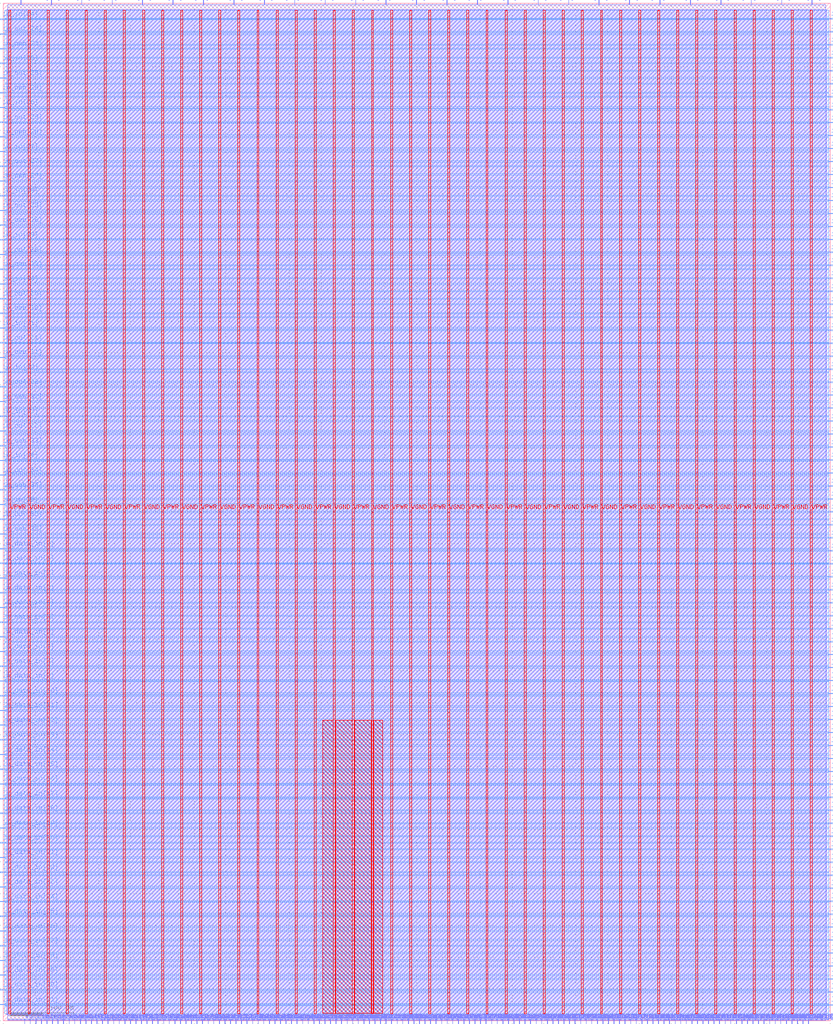
<source format=lef>
VERSION 5.7 ;
  NOWIREEXTENSIONATPIN ON ;
  DIVIDERCHAR "/" ;
  BUSBITCHARS "[]" ;
MACRO user_project_3
  CLASS BLOCK ;
  FOREIGN user_project_3 ;
  ORIGIN 0.000 0.000 ;
  SIZE 1300.000 BY 1600.000 ;
  PIN VGND
    DIRECTION INOUT ;
    USE GROUND ;
    PORT
      LAYER met4 ;
        RECT 38.970 10.640 42.070 1588.720 ;
    END
    PORT
      LAYER met4 ;
        RECT 98.970 10.640 102.070 1588.720 ;
    END
    PORT
      LAYER met4 ;
        RECT 158.970 10.640 162.070 1588.720 ;
    END
    PORT
      LAYER met4 ;
        RECT 218.970 10.640 222.070 1588.720 ;
    END
    PORT
      LAYER met4 ;
        RECT 278.970 10.640 282.070 1588.720 ;
    END
    PORT
      LAYER met4 ;
        RECT 338.970 10.640 342.070 1588.720 ;
    END
    PORT
      LAYER met4 ;
        RECT 398.970 10.640 402.070 1588.720 ;
    END
    PORT
      LAYER met4 ;
        RECT 458.970 10.640 462.070 1588.720 ;
    END
    PORT
      LAYER met4 ;
        RECT 518.970 10.640 522.070 1588.720 ;
    END
    PORT
      LAYER met4 ;
        RECT 578.970 10.640 582.070 1588.720 ;
    END
    PORT
      LAYER met4 ;
        RECT 638.970 10.640 642.070 1588.720 ;
    END
    PORT
      LAYER met4 ;
        RECT 698.970 10.640 702.070 1588.720 ;
    END
    PORT
      LAYER met4 ;
        RECT 758.970 10.640 762.070 1588.720 ;
    END
    PORT
      LAYER met4 ;
        RECT 818.970 10.640 822.070 1588.720 ;
    END
    PORT
      LAYER met4 ;
        RECT 878.970 10.640 882.070 1588.720 ;
    END
    PORT
      LAYER met4 ;
        RECT 938.970 10.640 942.070 1588.720 ;
    END
    PORT
      LAYER met4 ;
        RECT 998.970 10.640 1002.070 1588.720 ;
    END
    PORT
      LAYER met4 ;
        RECT 1058.970 10.640 1062.070 1588.720 ;
    END
    PORT
      LAYER met4 ;
        RECT 1118.970 10.640 1122.070 1588.720 ;
    END
    PORT
      LAYER met4 ;
        RECT 1178.970 10.640 1182.070 1588.720 ;
    END
    PORT
      LAYER met4 ;
        RECT 1238.970 10.640 1242.070 1588.720 ;
    END
  END VGND
  PIN VPWR
    DIRECTION INOUT ;
    USE POWER ;
    PORT
      LAYER met4 ;
        RECT 8.970 10.640 12.070 1588.720 ;
    END
    PORT
      LAYER met4 ;
        RECT 68.970 10.640 72.070 1588.720 ;
    END
    PORT
      LAYER met4 ;
        RECT 128.970 10.640 132.070 1588.720 ;
    END
    PORT
      LAYER met4 ;
        RECT 188.970 10.640 192.070 1588.720 ;
    END
    PORT
      LAYER met4 ;
        RECT 248.970 10.640 252.070 1588.720 ;
    END
    PORT
      LAYER met4 ;
        RECT 308.970 10.640 312.070 1588.720 ;
    END
    PORT
      LAYER met4 ;
        RECT 368.970 10.640 372.070 1588.720 ;
    END
    PORT
      LAYER met4 ;
        RECT 428.970 10.640 432.070 1588.720 ;
    END
    PORT
      LAYER met4 ;
        RECT 488.970 10.640 492.070 1588.720 ;
    END
    PORT
      LAYER met4 ;
        RECT 548.970 10.640 552.070 1588.720 ;
    END
    PORT
      LAYER met4 ;
        RECT 608.970 10.640 612.070 1588.720 ;
    END
    PORT
      LAYER met4 ;
        RECT 668.970 10.640 672.070 1588.720 ;
    END
    PORT
      LAYER met4 ;
        RECT 728.970 10.640 732.070 1588.720 ;
    END
    PORT
      LAYER met4 ;
        RECT 788.970 10.640 792.070 1588.720 ;
    END
    PORT
      LAYER met4 ;
        RECT 848.970 10.640 852.070 1588.720 ;
    END
    PORT
      LAYER met4 ;
        RECT 908.970 10.640 912.070 1588.720 ;
    END
    PORT
      LAYER met4 ;
        RECT 968.970 10.640 972.070 1588.720 ;
    END
    PORT
      LAYER met4 ;
        RECT 1028.970 10.640 1032.070 1588.720 ;
    END
    PORT
      LAYER met4 ;
        RECT 1088.970 10.640 1092.070 1588.720 ;
    END
    PORT
      LAYER met4 ;
        RECT 1148.970 10.640 1152.070 1588.720 ;
    END
    PORT
      LAYER met4 ;
        RECT 1208.970 10.640 1212.070 1588.720 ;
    END
    PORT
      LAYER met4 ;
        RECT 1268.970 10.640 1272.070 1588.720 ;
    END
  END VPWR
  PIN io_in[0]
    DIRECTION INPUT ;
    USE SIGNAL ;
    PORT
      LAYER met3 ;
        RECT 1297.600 677.020 1304.800 678.220 ;
    END
  END io_in[0]
  PIN io_in[10]
    DIRECTION INPUT ;
    USE SIGNAL ;
    PORT
      LAYER met3 ;
        RECT 1297.600 1289.020 1304.800 1290.220 ;
    END
  END io_in[10]
  PIN io_in[11]
    DIRECTION INPUT ;
    USE SIGNAL ;
    PORT
      LAYER met3 ;
        RECT 1297.600 1350.220 1304.800 1351.420 ;
    END
  END io_in[11]
  PIN io_in[12]
    DIRECTION INPUT ;
    USE SIGNAL ;
    PORT
      LAYER met3 ;
        RECT 1297.600 1411.420 1304.800 1412.620 ;
    END
  END io_in[12]
  PIN io_in[13]
    DIRECTION INPUT ;
    USE SIGNAL ;
    PORT
      LAYER met3 ;
        RECT 1297.600 1472.620 1304.800 1473.820 ;
    END
  END io_in[13]
  PIN io_in[14]
    DIRECTION INPUT ;
    USE SIGNAL ;
    PORT
      LAYER met3 ;
        RECT 1297.600 1533.820 1304.800 1535.020 ;
    END
  END io_in[14]
  PIN io_in[15]
    DIRECTION INPUT ;
    USE SIGNAL ;
    PORT
      LAYER met2 ;
        RECT 1271.390 1597.600 1271.950 1604.800 ;
    END
  END io_in[15]
  PIN io_in[16]
    DIRECTION INPUT ;
    USE SIGNAL ;
    PORT
      LAYER met2 ;
        RECT 1127.870 1597.600 1128.430 1604.800 ;
    END
  END io_in[16]
  PIN io_in[17]
    DIRECTION INPUT ;
    USE SIGNAL ;
    PORT
      LAYER met2 ;
        RECT 984.350 1597.600 984.910 1604.800 ;
    END
  END io_in[17]
  PIN io_in[18]
    DIRECTION INPUT ;
    USE SIGNAL ;
    PORT
      LAYER met2 ;
        RECT 840.830 1597.600 841.390 1604.800 ;
    END
  END io_in[18]
  PIN io_in[19]
    DIRECTION INPUT ;
    USE SIGNAL ;
    PORT
      LAYER met2 ;
        RECT 697.310 1597.600 697.870 1604.800 ;
    END
  END io_in[19]
  PIN io_in[1]
    DIRECTION INPUT ;
    USE SIGNAL ;
    PORT
      LAYER met3 ;
        RECT 1297.600 738.220 1304.800 739.420 ;
    END
  END io_in[1]
  PIN io_in[20]
    DIRECTION INPUT ;
    USE SIGNAL ;
    PORT
      LAYER met2 ;
        RECT 553.790 1597.600 554.350 1604.800 ;
    END
  END io_in[20]
  PIN io_in[21]
    DIRECTION INPUT ;
    USE SIGNAL ;
    PORT
      LAYER met2 ;
        RECT 410.270 1597.600 410.830 1604.800 ;
    END
  END io_in[21]
  PIN io_in[22]
    DIRECTION INPUT ;
    USE SIGNAL ;
    PORT
      LAYER met2 ;
        RECT 266.750 1597.600 267.310 1604.800 ;
    END
  END io_in[22]
  PIN io_in[23]
    DIRECTION INPUT ;
    USE SIGNAL ;
    PORT
      LAYER met2 ;
        RECT 123.230 1597.600 123.790 1604.800 ;
    END
  END io_in[23]
  PIN io_in[24]
    DIRECTION INPUT ;
    USE SIGNAL ;
    PORT
      LAYER met3 ;
        RECT -4.800 1573.940 2.400 1575.140 ;
    END
  END io_in[24]
  PIN io_in[25]
    DIRECTION INPUT ;
    USE SIGNAL ;
    PORT
      LAYER met3 ;
        RECT -4.800 1504.580 2.400 1505.780 ;
    END
  END io_in[25]
  PIN io_in[26]
    DIRECTION INPUT ;
    USE SIGNAL ;
    PORT
      LAYER met3 ;
        RECT -4.800 1435.220 2.400 1436.420 ;
    END
  END io_in[26]
  PIN io_in[27]
    DIRECTION INPUT ;
    USE SIGNAL ;
    PORT
      LAYER met3 ;
        RECT -4.800 1365.860 2.400 1367.060 ;
    END
  END io_in[27]
  PIN io_in[28]
    DIRECTION INPUT ;
    USE SIGNAL ;
    PORT
      LAYER met3 ;
        RECT -4.800 1296.500 2.400 1297.700 ;
    END
  END io_in[28]
  PIN io_in[29]
    DIRECTION INPUT ;
    USE SIGNAL ;
    PORT
      LAYER met3 ;
        RECT -4.800 1227.140 2.400 1228.340 ;
    END
  END io_in[29]
  PIN io_in[2]
    DIRECTION INPUT ;
    USE SIGNAL ;
    PORT
      LAYER met3 ;
        RECT 1297.600 799.420 1304.800 800.620 ;
    END
  END io_in[2]
  PIN io_in[30]
    DIRECTION INPUT ;
    USE SIGNAL ;
    PORT
      LAYER met3 ;
        RECT -4.800 1157.780 2.400 1158.980 ;
    END
  END io_in[30]
  PIN io_in[31]
    DIRECTION INPUT ;
    USE SIGNAL ;
    PORT
      LAYER met3 ;
        RECT -4.800 1088.420 2.400 1089.620 ;
    END
  END io_in[31]
  PIN io_in[32]
    DIRECTION INPUT ;
    USE SIGNAL ;
    PORT
      LAYER met3 ;
        RECT -4.800 1019.060 2.400 1020.260 ;
    END
  END io_in[32]
  PIN io_in[33]
    DIRECTION INPUT ;
    USE SIGNAL ;
    PORT
      LAYER met3 ;
        RECT -4.800 949.700 2.400 950.900 ;
    END
  END io_in[33]
  PIN io_in[34]
    DIRECTION INPUT ;
    USE SIGNAL ;
    PORT
      LAYER met3 ;
        RECT -4.800 880.340 2.400 881.540 ;
    END
  END io_in[34]
  PIN io_in[35]
    DIRECTION INPUT ;
    USE SIGNAL ;
    PORT
      LAYER met3 ;
        RECT -4.800 810.980 2.400 812.180 ;
    END
  END io_in[35]
  PIN io_in[3]
    DIRECTION INPUT ;
    USE SIGNAL ;
    PORT
      LAYER met3 ;
        RECT 1297.600 860.620 1304.800 861.820 ;
    END
  END io_in[3]
  PIN io_in[4]
    DIRECTION INPUT ;
    USE SIGNAL ;
    PORT
      LAYER met3 ;
        RECT 1297.600 921.820 1304.800 923.020 ;
    END
  END io_in[4]
  PIN io_in[5]
    DIRECTION INPUT ;
    USE SIGNAL ;
    PORT
      LAYER met3 ;
        RECT 1297.600 983.020 1304.800 984.220 ;
    END
  END io_in[5]
  PIN io_in[6]
    DIRECTION INPUT ;
    USE SIGNAL ;
    PORT
      LAYER met3 ;
        RECT 1297.600 1044.220 1304.800 1045.420 ;
    END
  END io_in[6]
  PIN io_in[7]
    DIRECTION INPUT ;
    USE SIGNAL ;
    PORT
      LAYER met3 ;
        RECT 1297.600 1105.420 1304.800 1106.620 ;
    END
  END io_in[7]
  PIN io_in[8]
    DIRECTION INPUT ;
    USE SIGNAL ;
    PORT
      LAYER met3 ;
        RECT 1297.600 1166.620 1304.800 1167.820 ;
    END
  END io_in[8]
  PIN io_in[9]
    DIRECTION INPUT ;
    USE SIGNAL ;
    PORT
      LAYER met3 ;
        RECT 1297.600 1227.820 1304.800 1229.020 ;
    END
  END io_in[9]
  PIN io_oeb[0]
    DIRECTION OUTPUT TRISTATE ;
    USE SIGNAL ;
    PORT
      LAYER met3 ;
        RECT 1297.600 717.820 1304.800 719.020 ;
    END
  END io_oeb[0]
  PIN io_oeb[10]
    DIRECTION OUTPUT TRISTATE ;
    USE SIGNAL ;
    PORT
      LAYER met3 ;
        RECT 1297.600 1329.820 1304.800 1331.020 ;
    END
  END io_oeb[10]
  PIN io_oeb[11]
    DIRECTION OUTPUT TRISTATE ;
    USE SIGNAL ;
    PORT
      LAYER met3 ;
        RECT 1297.600 1391.020 1304.800 1392.220 ;
    END
  END io_oeb[11]
  PIN io_oeb[12]
    DIRECTION OUTPUT TRISTATE ;
    USE SIGNAL ;
    PORT
      LAYER met3 ;
        RECT 1297.600 1452.220 1304.800 1453.420 ;
    END
  END io_oeb[12]
  PIN io_oeb[13]
    DIRECTION OUTPUT TRISTATE ;
    USE SIGNAL ;
    PORT
      LAYER met3 ;
        RECT 1297.600 1513.420 1304.800 1514.620 ;
    END
  END io_oeb[13]
  PIN io_oeb[14]
    DIRECTION OUTPUT TRISTATE ;
    USE SIGNAL ;
    PORT
      LAYER met3 ;
        RECT 1297.600 1574.620 1304.800 1575.820 ;
    END
  END io_oeb[14]
  PIN io_oeb[15]
    DIRECTION OUTPUT TRISTATE ;
    USE SIGNAL ;
    PORT
      LAYER met2 ;
        RECT 1175.710 1597.600 1176.270 1604.800 ;
    END
  END io_oeb[15]
  PIN io_oeb[16]
    DIRECTION OUTPUT TRISTATE ;
    USE SIGNAL ;
    PORT
      LAYER met2 ;
        RECT 1032.190 1597.600 1032.750 1604.800 ;
    END
  END io_oeb[16]
  PIN io_oeb[17]
    DIRECTION OUTPUT TRISTATE ;
    USE SIGNAL ;
    PORT
      LAYER met2 ;
        RECT 888.670 1597.600 889.230 1604.800 ;
    END
  END io_oeb[17]
  PIN io_oeb[18]
    DIRECTION OUTPUT TRISTATE ;
    USE SIGNAL ;
    PORT
      LAYER met2 ;
        RECT 745.150 1597.600 745.710 1604.800 ;
    END
  END io_oeb[18]
  PIN io_oeb[19]
    DIRECTION OUTPUT TRISTATE ;
    USE SIGNAL ;
    PORT
      LAYER met2 ;
        RECT 601.630 1597.600 602.190 1604.800 ;
    END
  END io_oeb[19]
  PIN io_oeb[1]
    DIRECTION OUTPUT TRISTATE ;
    USE SIGNAL ;
    PORT
      LAYER met3 ;
        RECT 1297.600 779.020 1304.800 780.220 ;
    END
  END io_oeb[1]
  PIN io_oeb[20]
    DIRECTION OUTPUT TRISTATE ;
    USE SIGNAL ;
    PORT
      LAYER met2 ;
        RECT 458.110 1597.600 458.670 1604.800 ;
    END
  END io_oeb[20]
  PIN io_oeb[21]
    DIRECTION OUTPUT TRISTATE ;
    USE SIGNAL ;
    PORT
      LAYER met2 ;
        RECT 314.590 1597.600 315.150 1604.800 ;
    END
  END io_oeb[21]
  PIN io_oeb[22]
    DIRECTION OUTPUT TRISTATE ;
    USE SIGNAL ;
    PORT
      LAYER met2 ;
        RECT 171.070 1597.600 171.630 1604.800 ;
    END
  END io_oeb[22]
  PIN io_oeb[23]
    DIRECTION OUTPUT TRISTATE ;
    USE SIGNAL ;
    PORT
      LAYER met2 ;
        RECT 27.550 1597.600 28.110 1604.800 ;
    END
  END io_oeb[23]
  PIN io_oeb[24]
    DIRECTION OUTPUT TRISTATE ;
    USE SIGNAL ;
    PORT
      LAYER met3 ;
        RECT -4.800 1527.700 2.400 1528.900 ;
    END
  END io_oeb[24]
  PIN io_oeb[25]
    DIRECTION OUTPUT TRISTATE ;
    USE SIGNAL ;
    PORT
      LAYER met3 ;
        RECT -4.800 1458.340 2.400 1459.540 ;
    END
  END io_oeb[25]
  PIN io_oeb[26]
    DIRECTION OUTPUT TRISTATE ;
    USE SIGNAL ;
    PORT
      LAYER met3 ;
        RECT -4.800 1388.980 2.400 1390.180 ;
    END
  END io_oeb[26]
  PIN io_oeb[27]
    DIRECTION OUTPUT TRISTATE ;
    USE SIGNAL ;
    PORT
      LAYER met3 ;
        RECT -4.800 1319.620 2.400 1320.820 ;
    END
  END io_oeb[27]
  PIN io_oeb[28]
    DIRECTION OUTPUT TRISTATE ;
    USE SIGNAL ;
    PORT
      LAYER met3 ;
        RECT -4.800 1250.260 2.400 1251.460 ;
    END
  END io_oeb[28]
  PIN io_oeb[29]
    DIRECTION OUTPUT TRISTATE ;
    USE SIGNAL ;
    PORT
      LAYER met3 ;
        RECT -4.800 1180.900 2.400 1182.100 ;
    END
  END io_oeb[29]
  PIN io_oeb[2]
    DIRECTION OUTPUT TRISTATE ;
    USE SIGNAL ;
    PORT
      LAYER met3 ;
        RECT 1297.600 840.220 1304.800 841.420 ;
    END
  END io_oeb[2]
  PIN io_oeb[30]
    DIRECTION OUTPUT TRISTATE ;
    USE SIGNAL ;
    PORT
      LAYER met3 ;
        RECT -4.800 1111.540 2.400 1112.740 ;
    END
  END io_oeb[30]
  PIN io_oeb[31]
    DIRECTION OUTPUT TRISTATE ;
    USE SIGNAL ;
    PORT
      LAYER met3 ;
        RECT -4.800 1042.180 2.400 1043.380 ;
    END
  END io_oeb[31]
  PIN io_oeb[32]
    DIRECTION OUTPUT TRISTATE ;
    USE SIGNAL ;
    PORT
      LAYER met3 ;
        RECT -4.800 972.820 2.400 974.020 ;
    END
  END io_oeb[32]
  PIN io_oeb[33]
    DIRECTION OUTPUT TRISTATE ;
    USE SIGNAL ;
    PORT
      LAYER met3 ;
        RECT -4.800 903.460 2.400 904.660 ;
    END
  END io_oeb[33]
  PIN io_oeb[34]
    DIRECTION OUTPUT TRISTATE ;
    USE SIGNAL ;
    PORT
      LAYER met3 ;
        RECT -4.800 834.100 2.400 835.300 ;
    END
  END io_oeb[34]
  PIN io_oeb[35]
    DIRECTION OUTPUT TRISTATE ;
    USE SIGNAL ;
    PORT
      LAYER met3 ;
        RECT -4.800 764.740 2.400 765.940 ;
    END
  END io_oeb[35]
  PIN io_oeb[3]
    DIRECTION OUTPUT TRISTATE ;
    USE SIGNAL ;
    PORT
      LAYER met3 ;
        RECT 1297.600 901.420 1304.800 902.620 ;
    END
  END io_oeb[3]
  PIN io_oeb[4]
    DIRECTION OUTPUT TRISTATE ;
    USE SIGNAL ;
    PORT
      LAYER met3 ;
        RECT 1297.600 962.620 1304.800 963.820 ;
    END
  END io_oeb[4]
  PIN io_oeb[5]
    DIRECTION OUTPUT TRISTATE ;
    USE SIGNAL ;
    PORT
      LAYER met3 ;
        RECT 1297.600 1023.820 1304.800 1025.020 ;
    END
  END io_oeb[5]
  PIN io_oeb[6]
    DIRECTION OUTPUT TRISTATE ;
    USE SIGNAL ;
    PORT
      LAYER met3 ;
        RECT 1297.600 1085.020 1304.800 1086.220 ;
    END
  END io_oeb[6]
  PIN io_oeb[7]
    DIRECTION OUTPUT TRISTATE ;
    USE SIGNAL ;
    PORT
      LAYER met3 ;
        RECT 1297.600 1146.220 1304.800 1147.420 ;
    END
  END io_oeb[7]
  PIN io_oeb[8]
    DIRECTION OUTPUT TRISTATE ;
    USE SIGNAL ;
    PORT
      LAYER met3 ;
        RECT 1297.600 1207.420 1304.800 1208.620 ;
    END
  END io_oeb[8]
  PIN io_oeb[9]
    DIRECTION OUTPUT TRISTATE ;
    USE SIGNAL ;
    PORT
      LAYER met3 ;
        RECT 1297.600 1268.620 1304.800 1269.820 ;
    END
  END io_oeb[9]
  PIN io_out[0]
    DIRECTION OUTPUT TRISTATE ;
    USE SIGNAL ;
    PORT
      LAYER met3 ;
        RECT 1297.600 697.420 1304.800 698.620 ;
    END
  END io_out[0]
  PIN io_out[10]
    DIRECTION OUTPUT TRISTATE ;
    USE SIGNAL ;
    PORT
      LAYER met3 ;
        RECT 1297.600 1309.420 1304.800 1310.620 ;
    END
  END io_out[10]
  PIN io_out[11]
    DIRECTION OUTPUT TRISTATE ;
    USE SIGNAL ;
    PORT
      LAYER met3 ;
        RECT 1297.600 1370.620 1304.800 1371.820 ;
    END
  END io_out[11]
  PIN io_out[12]
    DIRECTION OUTPUT TRISTATE ;
    USE SIGNAL ;
    PORT
      LAYER met3 ;
        RECT 1297.600 1431.820 1304.800 1433.020 ;
    END
  END io_out[12]
  PIN io_out[13]
    DIRECTION OUTPUT TRISTATE ;
    USE SIGNAL ;
    PORT
      LAYER met3 ;
        RECT 1297.600 1493.020 1304.800 1494.220 ;
    END
  END io_out[13]
  PIN io_out[14]
    DIRECTION OUTPUT TRISTATE ;
    USE SIGNAL ;
    PORT
      LAYER met3 ;
        RECT 1297.600 1554.220 1304.800 1555.420 ;
    END
  END io_out[14]
  PIN io_out[15]
    DIRECTION OUTPUT TRISTATE ;
    USE SIGNAL ;
    PORT
      LAYER met2 ;
        RECT 1223.550 1597.600 1224.110 1604.800 ;
    END
  END io_out[15]
  PIN io_out[16]
    DIRECTION OUTPUT TRISTATE ;
    USE SIGNAL ;
    PORT
      LAYER met2 ;
        RECT 1080.030 1597.600 1080.590 1604.800 ;
    END
  END io_out[16]
  PIN io_out[17]
    DIRECTION OUTPUT TRISTATE ;
    USE SIGNAL ;
    PORT
      LAYER met2 ;
        RECT 936.510 1597.600 937.070 1604.800 ;
    END
  END io_out[17]
  PIN io_out[18]
    DIRECTION OUTPUT TRISTATE ;
    USE SIGNAL ;
    PORT
      LAYER met2 ;
        RECT 792.990 1597.600 793.550 1604.800 ;
    END
  END io_out[18]
  PIN io_out[19]
    DIRECTION OUTPUT TRISTATE ;
    USE SIGNAL ;
    PORT
      LAYER met2 ;
        RECT 649.470 1597.600 650.030 1604.800 ;
    END
  END io_out[19]
  PIN io_out[1]
    DIRECTION OUTPUT TRISTATE ;
    USE SIGNAL ;
    PORT
      LAYER met3 ;
        RECT 1297.600 758.620 1304.800 759.820 ;
    END
  END io_out[1]
  PIN io_out[20]
    DIRECTION OUTPUT TRISTATE ;
    USE SIGNAL ;
    PORT
      LAYER met2 ;
        RECT 505.950 1597.600 506.510 1604.800 ;
    END
  END io_out[20]
  PIN io_out[21]
    DIRECTION OUTPUT TRISTATE ;
    USE SIGNAL ;
    PORT
      LAYER met2 ;
        RECT 362.430 1597.600 362.990 1604.800 ;
    END
  END io_out[21]
  PIN io_out[22]
    DIRECTION OUTPUT TRISTATE ;
    USE SIGNAL ;
    PORT
      LAYER met2 ;
        RECT 218.910 1597.600 219.470 1604.800 ;
    END
  END io_out[22]
  PIN io_out[23]
    DIRECTION OUTPUT TRISTATE ;
    USE SIGNAL ;
    PORT
      LAYER met2 ;
        RECT 75.390 1597.600 75.950 1604.800 ;
    END
  END io_out[23]
  PIN io_out[24]
    DIRECTION OUTPUT TRISTATE ;
    USE SIGNAL ;
    PORT
      LAYER met3 ;
        RECT -4.800 1550.820 2.400 1552.020 ;
    END
  END io_out[24]
  PIN io_out[25]
    DIRECTION OUTPUT TRISTATE ;
    USE SIGNAL ;
    PORT
      LAYER met3 ;
        RECT -4.800 1481.460 2.400 1482.660 ;
    END
  END io_out[25]
  PIN io_out[26]
    DIRECTION OUTPUT TRISTATE ;
    USE SIGNAL ;
    PORT
      LAYER met3 ;
        RECT -4.800 1412.100 2.400 1413.300 ;
    END
  END io_out[26]
  PIN io_out[27]
    DIRECTION OUTPUT TRISTATE ;
    USE SIGNAL ;
    PORT
      LAYER met3 ;
        RECT -4.800 1342.740 2.400 1343.940 ;
    END
  END io_out[27]
  PIN io_out[28]
    DIRECTION OUTPUT TRISTATE ;
    USE SIGNAL ;
    PORT
      LAYER met3 ;
        RECT -4.800 1273.380 2.400 1274.580 ;
    END
  END io_out[28]
  PIN io_out[29]
    DIRECTION OUTPUT TRISTATE ;
    USE SIGNAL ;
    PORT
      LAYER met3 ;
        RECT -4.800 1204.020 2.400 1205.220 ;
    END
  END io_out[29]
  PIN io_out[2]
    DIRECTION OUTPUT TRISTATE ;
    USE SIGNAL ;
    PORT
      LAYER met3 ;
        RECT 1297.600 819.820 1304.800 821.020 ;
    END
  END io_out[2]
  PIN io_out[30]
    DIRECTION OUTPUT TRISTATE ;
    USE SIGNAL ;
    PORT
      LAYER met3 ;
        RECT -4.800 1134.660 2.400 1135.860 ;
    END
  END io_out[30]
  PIN io_out[31]
    DIRECTION OUTPUT TRISTATE ;
    USE SIGNAL ;
    PORT
      LAYER met3 ;
        RECT -4.800 1065.300 2.400 1066.500 ;
    END
  END io_out[31]
  PIN io_out[32]
    DIRECTION OUTPUT TRISTATE ;
    USE SIGNAL ;
    PORT
      LAYER met3 ;
        RECT -4.800 995.940 2.400 997.140 ;
    END
  END io_out[32]
  PIN io_out[33]
    DIRECTION OUTPUT TRISTATE ;
    USE SIGNAL ;
    PORT
      LAYER met3 ;
        RECT -4.800 926.580 2.400 927.780 ;
    END
  END io_out[33]
  PIN io_out[34]
    DIRECTION OUTPUT TRISTATE ;
    USE SIGNAL ;
    PORT
      LAYER met3 ;
        RECT -4.800 857.220 2.400 858.420 ;
    END
  END io_out[34]
  PIN io_out[35]
    DIRECTION OUTPUT TRISTATE ;
    USE SIGNAL ;
    PORT
      LAYER met3 ;
        RECT -4.800 787.860 2.400 789.060 ;
    END
  END io_out[35]
  PIN io_out[3]
    DIRECTION OUTPUT TRISTATE ;
    USE SIGNAL ;
    PORT
      LAYER met3 ;
        RECT 1297.600 881.020 1304.800 882.220 ;
    END
  END io_out[3]
  PIN io_out[4]
    DIRECTION OUTPUT TRISTATE ;
    USE SIGNAL ;
    PORT
      LAYER met3 ;
        RECT 1297.600 942.220 1304.800 943.420 ;
    END
  END io_out[4]
  PIN io_out[5]
    DIRECTION OUTPUT TRISTATE ;
    USE SIGNAL ;
    PORT
      LAYER met3 ;
        RECT 1297.600 1003.420 1304.800 1004.620 ;
    END
  END io_out[5]
  PIN io_out[6]
    DIRECTION OUTPUT TRISTATE ;
    USE SIGNAL ;
    PORT
      LAYER met3 ;
        RECT 1297.600 1064.620 1304.800 1065.820 ;
    END
  END io_out[6]
  PIN io_out[7]
    DIRECTION OUTPUT TRISTATE ;
    USE SIGNAL ;
    PORT
      LAYER met3 ;
        RECT 1297.600 1125.820 1304.800 1127.020 ;
    END
  END io_out[7]
  PIN io_out[8]
    DIRECTION OUTPUT TRISTATE ;
    USE SIGNAL ;
    PORT
      LAYER met3 ;
        RECT 1297.600 1187.020 1304.800 1188.220 ;
    END
  END io_out[8]
  PIN io_out[9]
    DIRECTION OUTPUT TRISTATE ;
    USE SIGNAL ;
    PORT
      LAYER met3 ;
        RECT 1297.600 1248.220 1304.800 1249.420 ;
    END
  END io_out[9]
  PIN la_data_in[0]
    DIRECTION INPUT ;
    USE SIGNAL ;
    PORT
      LAYER met3 ;
        RECT -4.800 741.620 2.400 742.820 ;
    END
  END la_data_in[0]
  PIN la_data_in[10]
    DIRECTION INPUT ;
    USE SIGNAL ;
    PORT
      LAYER met3 ;
        RECT -4.800 510.420 2.400 511.620 ;
    END
  END la_data_in[10]
  PIN la_data_in[11]
    DIRECTION INPUT ;
    USE SIGNAL ;
    PORT
      LAYER met3 ;
        RECT -4.800 487.300 2.400 488.500 ;
    END
  END la_data_in[11]
  PIN la_data_in[12]
    DIRECTION INPUT ;
    USE SIGNAL ;
    PORT
      LAYER met3 ;
        RECT -4.800 464.180 2.400 465.380 ;
    END
  END la_data_in[12]
  PIN la_data_in[13]
    DIRECTION INPUT ;
    USE SIGNAL ;
    PORT
      LAYER met3 ;
        RECT -4.800 441.060 2.400 442.260 ;
    END
  END la_data_in[13]
  PIN la_data_in[14]
    DIRECTION INPUT ;
    USE SIGNAL ;
    PORT
      LAYER met3 ;
        RECT -4.800 417.940 2.400 419.140 ;
    END
  END la_data_in[14]
  PIN la_data_in[15]
    DIRECTION INPUT ;
    USE SIGNAL ;
    PORT
      LAYER met3 ;
        RECT -4.800 394.820 2.400 396.020 ;
    END
  END la_data_in[15]
  PIN la_data_in[16]
    DIRECTION INPUT ;
    USE SIGNAL ;
    PORT
      LAYER met3 ;
        RECT -4.800 371.700 2.400 372.900 ;
    END
  END la_data_in[16]
  PIN la_data_in[17]
    DIRECTION INPUT ;
    USE SIGNAL ;
    PORT
      LAYER met3 ;
        RECT -4.800 348.580 2.400 349.780 ;
    END
  END la_data_in[17]
  PIN la_data_in[18]
    DIRECTION INPUT ;
    USE SIGNAL ;
    PORT
      LAYER met3 ;
        RECT -4.800 325.460 2.400 326.660 ;
    END
  END la_data_in[18]
  PIN la_data_in[19]
    DIRECTION INPUT ;
    USE SIGNAL ;
    PORT
      LAYER met3 ;
        RECT -4.800 302.340 2.400 303.540 ;
    END
  END la_data_in[19]
  PIN la_data_in[1]
    DIRECTION INPUT ;
    USE SIGNAL ;
    PORT
      LAYER met3 ;
        RECT -4.800 718.500 2.400 719.700 ;
    END
  END la_data_in[1]
  PIN la_data_in[20]
    DIRECTION INPUT ;
    USE SIGNAL ;
    PORT
      LAYER met3 ;
        RECT -4.800 279.220 2.400 280.420 ;
    END
  END la_data_in[20]
  PIN la_data_in[21]
    DIRECTION INPUT ;
    USE SIGNAL ;
    PORT
      LAYER met3 ;
        RECT -4.800 256.100 2.400 257.300 ;
    END
  END la_data_in[21]
  PIN la_data_in[22]
    DIRECTION INPUT ;
    USE SIGNAL ;
    PORT
      LAYER met3 ;
        RECT -4.800 232.980 2.400 234.180 ;
    END
  END la_data_in[22]
  PIN la_data_in[23]
    DIRECTION INPUT ;
    USE SIGNAL ;
    PORT
      LAYER met3 ;
        RECT -4.800 209.860 2.400 211.060 ;
    END
  END la_data_in[23]
  PIN la_data_in[24]
    DIRECTION INPUT ;
    USE SIGNAL ;
    PORT
      LAYER met3 ;
        RECT -4.800 186.740 2.400 187.940 ;
    END
  END la_data_in[24]
  PIN la_data_in[25]
    DIRECTION INPUT ;
    USE SIGNAL ;
    PORT
      LAYER met3 ;
        RECT -4.800 163.620 2.400 164.820 ;
    END
  END la_data_in[25]
  PIN la_data_in[26]
    DIRECTION INPUT ;
    USE SIGNAL ;
    PORT
      LAYER met3 ;
        RECT -4.800 140.500 2.400 141.700 ;
    END
  END la_data_in[26]
  PIN la_data_in[27]
    DIRECTION INPUT ;
    USE SIGNAL ;
    PORT
      LAYER met3 ;
        RECT -4.800 117.380 2.400 118.580 ;
    END
  END la_data_in[27]
  PIN la_data_in[28]
    DIRECTION INPUT ;
    USE SIGNAL ;
    PORT
      LAYER met3 ;
        RECT -4.800 94.260 2.400 95.460 ;
    END
  END la_data_in[28]
  PIN la_data_in[29]
    DIRECTION INPUT ;
    USE SIGNAL ;
    PORT
      LAYER met3 ;
        RECT -4.800 71.140 2.400 72.340 ;
    END
  END la_data_in[29]
  PIN la_data_in[2]
    DIRECTION INPUT ;
    USE SIGNAL ;
    PORT
      LAYER met3 ;
        RECT -4.800 695.380 2.400 696.580 ;
    END
  END la_data_in[2]
  PIN la_data_in[30]
    DIRECTION INPUT ;
    USE SIGNAL ;
    PORT
      LAYER met3 ;
        RECT -4.800 48.020 2.400 49.220 ;
    END
  END la_data_in[30]
  PIN la_data_in[31]
    DIRECTION INPUT ;
    USE SIGNAL ;
    PORT
      LAYER met3 ;
        RECT -4.800 24.900 2.400 26.100 ;
    END
  END la_data_in[31]
  PIN la_data_in[3]
    DIRECTION INPUT ;
    USE SIGNAL ;
    PORT
      LAYER met3 ;
        RECT -4.800 672.260 2.400 673.460 ;
    END
  END la_data_in[3]
  PIN la_data_in[4]
    DIRECTION INPUT ;
    USE SIGNAL ;
    PORT
      LAYER met3 ;
        RECT -4.800 649.140 2.400 650.340 ;
    END
  END la_data_in[4]
  PIN la_data_in[5]
    DIRECTION INPUT ;
    USE SIGNAL ;
    PORT
      LAYER met3 ;
        RECT -4.800 626.020 2.400 627.220 ;
    END
  END la_data_in[5]
  PIN la_data_in[6]
    DIRECTION INPUT ;
    USE SIGNAL ;
    PORT
      LAYER met3 ;
        RECT -4.800 602.900 2.400 604.100 ;
    END
  END la_data_in[6]
  PIN la_data_in[7]
    DIRECTION INPUT ;
    USE SIGNAL ;
    PORT
      LAYER met3 ;
        RECT -4.800 579.780 2.400 580.980 ;
    END
  END la_data_in[7]
  PIN la_data_in[8]
    DIRECTION INPUT ;
    USE SIGNAL ;
    PORT
      LAYER met3 ;
        RECT -4.800 556.660 2.400 557.860 ;
    END
  END la_data_in[8]
  PIN la_data_in[9]
    DIRECTION INPUT ;
    USE SIGNAL ;
    PORT
      LAYER met3 ;
        RECT -4.800 533.540 2.400 534.740 ;
    END
  END la_data_in[9]
  PIN la_data_out[0]
    DIRECTION OUTPUT TRISTATE ;
    USE SIGNAL ;
    PORT
      LAYER met2 ;
        RECT 959.970 -4.800 960.530 2.400 ;
    END
  END la_data_out[0]
  PIN la_data_out[10]
    DIRECTION OUTPUT TRISTATE ;
    USE SIGNAL ;
    PORT
      LAYER met2 ;
        RECT 1047.370 -4.800 1047.930 2.400 ;
    END
  END la_data_out[10]
  PIN la_data_out[11]
    DIRECTION OUTPUT TRISTATE ;
    USE SIGNAL ;
    PORT
      LAYER met2 ;
        RECT 1056.110 -4.800 1056.670 2.400 ;
    END
  END la_data_out[11]
  PIN la_data_out[12]
    DIRECTION OUTPUT TRISTATE ;
    USE SIGNAL ;
    PORT
      LAYER met2 ;
        RECT 1064.850 -4.800 1065.410 2.400 ;
    END
  END la_data_out[12]
  PIN la_data_out[13]
    DIRECTION OUTPUT TRISTATE ;
    USE SIGNAL ;
    PORT
      LAYER met2 ;
        RECT 1073.590 -4.800 1074.150 2.400 ;
    END
  END la_data_out[13]
  PIN la_data_out[14]
    DIRECTION OUTPUT TRISTATE ;
    USE SIGNAL ;
    PORT
      LAYER met2 ;
        RECT 1082.330 -4.800 1082.890 2.400 ;
    END
  END la_data_out[14]
  PIN la_data_out[15]
    DIRECTION OUTPUT TRISTATE ;
    USE SIGNAL ;
    PORT
      LAYER met2 ;
        RECT 1091.070 -4.800 1091.630 2.400 ;
    END
  END la_data_out[15]
  PIN la_data_out[16]
    DIRECTION OUTPUT TRISTATE ;
    USE SIGNAL ;
    PORT
      LAYER met2 ;
        RECT 1099.810 -4.800 1100.370 2.400 ;
    END
  END la_data_out[16]
  PIN la_data_out[17]
    DIRECTION OUTPUT TRISTATE ;
    USE SIGNAL ;
    PORT
      LAYER met2 ;
        RECT 1108.550 -4.800 1109.110 2.400 ;
    END
  END la_data_out[17]
  PIN la_data_out[18]
    DIRECTION OUTPUT TRISTATE ;
    USE SIGNAL ;
    PORT
      LAYER met2 ;
        RECT 1117.290 -4.800 1117.850 2.400 ;
    END
  END la_data_out[18]
  PIN la_data_out[19]
    DIRECTION OUTPUT TRISTATE ;
    USE SIGNAL ;
    PORT
      LAYER met2 ;
        RECT 1126.030 -4.800 1126.590 2.400 ;
    END
  END la_data_out[19]
  PIN la_data_out[1]
    DIRECTION OUTPUT TRISTATE ;
    USE SIGNAL ;
    PORT
      LAYER met2 ;
        RECT 968.710 -4.800 969.270 2.400 ;
    END
  END la_data_out[1]
  PIN la_data_out[20]
    DIRECTION OUTPUT TRISTATE ;
    USE SIGNAL ;
    PORT
      LAYER met2 ;
        RECT 1134.770 -4.800 1135.330 2.400 ;
    END
  END la_data_out[20]
  PIN la_data_out[21]
    DIRECTION OUTPUT TRISTATE ;
    USE SIGNAL ;
    PORT
      LAYER met2 ;
        RECT 1143.510 -4.800 1144.070 2.400 ;
    END
  END la_data_out[21]
  PIN la_data_out[22]
    DIRECTION OUTPUT TRISTATE ;
    USE SIGNAL ;
    PORT
      LAYER met2 ;
        RECT 1152.250 -4.800 1152.810 2.400 ;
    END
  END la_data_out[22]
  PIN la_data_out[23]
    DIRECTION OUTPUT TRISTATE ;
    USE SIGNAL ;
    PORT
      LAYER met2 ;
        RECT 1160.990 -4.800 1161.550 2.400 ;
    END
  END la_data_out[23]
  PIN la_data_out[24]
    DIRECTION OUTPUT TRISTATE ;
    USE SIGNAL ;
    PORT
      LAYER met2 ;
        RECT 1169.730 -4.800 1170.290 2.400 ;
    END
  END la_data_out[24]
  PIN la_data_out[25]
    DIRECTION OUTPUT TRISTATE ;
    USE SIGNAL ;
    PORT
      LAYER met2 ;
        RECT 1178.470 -4.800 1179.030 2.400 ;
    END
  END la_data_out[25]
  PIN la_data_out[26]
    DIRECTION OUTPUT TRISTATE ;
    USE SIGNAL ;
    PORT
      LAYER met2 ;
        RECT 1187.210 -4.800 1187.770 2.400 ;
    END
  END la_data_out[26]
  PIN la_data_out[27]
    DIRECTION OUTPUT TRISTATE ;
    USE SIGNAL ;
    PORT
      LAYER met2 ;
        RECT 1195.950 -4.800 1196.510 2.400 ;
    END
  END la_data_out[27]
  PIN la_data_out[28]
    DIRECTION OUTPUT TRISTATE ;
    USE SIGNAL ;
    PORT
      LAYER met2 ;
        RECT 1204.690 -4.800 1205.250 2.400 ;
    END
  END la_data_out[28]
  PIN la_data_out[29]
    DIRECTION OUTPUT TRISTATE ;
    USE SIGNAL ;
    PORT
      LAYER met2 ;
        RECT 1213.430 -4.800 1213.990 2.400 ;
    END
  END la_data_out[29]
  PIN la_data_out[2]
    DIRECTION OUTPUT TRISTATE ;
    USE SIGNAL ;
    PORT
      LAYER met2 ;
        RECT 977.450 -4.800 978.010 2.400 ;
    END
  END la_data_out[2]
  PIN la_data_out[30]
    DIRECTION OUTPUT TRISTATE ;
    USE SIGNAL ;
    PORT
      LAYER met2 ;
        RECT 1222.170 -4.800 1222.730 2.400 ;
    END
  END la_data_out[30]
  PIN la_data_out[31]
    DIRECTION OUTPUT TRISTATE ;
    USE SIGNAL ;
    PORT
      LAYER met2 ;
        RECT 1230.910 -4.800 1231.470 2.400 ;
    END
  END la_data_out[31]
  PIN la_data_out[3]
    DIRECTION OUTPUT TRISTATE ;
    USE SIGNAL ;
    PORT
      LAYER met2 ;
        RECT 986.190 -4.800 986.750 2.400 ;
    END
  END la_data_out[3]
  PIN la_data_out[4]
    DIRECTION OUTPUT TRISTATE ;
    USE SIGNAL ;
    PORT
      LAYER met2 ;
        RECT 994.930 -4.800 995.490 2.400 ;
    END
  END la_data_out[4]
  PIN la_data_out[5]
    DIRECTION OUTPUT TRISTATE ;
    USE SIGNAL ;
    PORT
      LAYER met2 ;
        RECT 1003.670 -4.800 1004.230 2.400 ;
    END
  END la_data_out[5]
  PIN la_data_out[6]
    DIRECTION OUTPUT TRISTATE ;
    USE SIGNAL ;
    PORT
      LAYER met2 ;
        RECT 1012.410 -4.800 1012.970 2.400 ;
    END
  END la_data_out[6]
  PIN la_data_out[7]
    DIRECTION OUTPUT TRISTATE ;
    USE SIGNAL ;
    PORT
      LAYER met2 ;
        RECT 1021.150 -4.800 1021.710 2.400 ;
    END
  END la_data_out[7]
  PIN la_data_out[8]
    DIRECTION OUTPUT TRISTATE ;
    USE SIGNAL ;
    PORT
      LAYER met2 ;
        RECT 1029.890 -4.800 1030.450 2.400 ;
    END
  END la_data_out[8]
  PIN la_data_out[9]
    DIRECTION OUTPUT TRISTATE ;
    USE SIGNAL ;
    PORT
      LAYER met2 ;
        RECT 1038.630 -4.800 1039.190 2.400 ;
    END
  END la_data_out[9]
  PIN la_oenb[0]
    DIRECTION INPUT ;
    USE SIGNAL ;
    PORT
      LAYER met3 ;
        RECT 1297.600 24.220 1304.800 25.420 ;
    END
  END la_oenb[0]
  PIN la_oenb[10]
    DIRECTION INPUT ;
    USE SIGNAL ;
    PORT
      LAYER met3 ;
        RECT 1297.600 228.220 1304.800 229.420 ;
    END
  END la_oenb[10]
  PIN la_oenb[11]
    DIRECTION INPUT ;
    USE SIGNAL ;
    PORT
      LAYER met3 ;
        RECT 1297.600 248.620 1304.800 249.820 ;
    END
  END la_oenb[11]
  PIN la_oenb[12]
    DIRECTION INPUT ;
    USE SIGNAL ;
    PORT
      LAYER met3 ;
        RECT 1297.600 269.020 1304.800 270.220 ;
    END
  END la_oenb[12]
  PIN la_oenb[13]
    DIRECTION INPUT ;
    USE SIGNAL ;
    PORT
      LAYER met3 ;
        RECT 1297.600 289.420 1304.800 290.620 ;
    END
  END la_oenb[13]
  PIN la_oenb[14]
    DIRECTION INPUT ;
    USE SIGNAL ;
    PORT
      LAYER met3 ;
        RECT 1297.600 309.820 1304.800 311.020 ;
    END
  END la_oenb[14]
  PIN la_oenb[15]
    DIRECTION INPUT ;
    USE SIGNAL ;
    PORT
      LAYER met3 ;
        RECT 1297.600 330.220 1304.800 331.420 ;
    END
  END la_oenb[15]
  PIN la_oenb[16]
    DIRECTION INPUT ;
    USE SIGNAL ;
    PORT
      LAYER met3 ;
        RECT 1297.600 350.620 1304.800 351.820 ;
    END
  END la_oenb[16]
  PIN la_oenb[17]
    DIRECTION INPUT ;
    USE SIGNAL ;
    PORT
      LAYER met3 ;
        RECT 1297.600 371.020 1304.800 372.220 ;
    END
  END la_oenb[17]
  PIN la_oenb[18]
    DIRECTION INPUT ;
    USE SIGNAL ;
    PORT
      LAYER met3 ;
        RECT 1297.600 391.420 1304.800 392.620 ;
    END
  END la_oenb[18]
  PIN la_oenb[19]
    DIRECTION INPUT ;
    USE SIGNAL ;
    PORT
      LAYER met3 ;
        RECT 1297.600 411.820 1304.800 413.020 ;
    END
  END la_oenb[19]
  PIN la_oenb[1]
    DIRECTION INPUT ;
    USE SIGNAL ;
    PORT
      LAYER met3 ;
        RECT 1297.600 44.620 1304.800 45.820 ;
    END
  END la_oenb[1]
  PIN la_oenb[20]
    DIRECTION INPUT ;
    USE SIGNAL ;
    PORT
      LAYER met3 ;
        RECT 1297.600 432.220 1304.800 433.420 ;
    END
  END la_oenb[20]
  PIN la_oenb[21]
    DIRECTION INPUT ;
    USE SIGNAL ;
    PORT
      LAYER met3 ;
        RECT 1297.600 452.620 1304.800 453.820 ;
    END
  END la_oenb[21]
  PIN la_oenb[22]
    DIRECTION INPUT ;
    USE SIGNAL ;
    PORT
      LAYER met3 ;
        RECT 1297.600 473.020 1304.800 474.220 ;
    END
  END la_oenb[22]
  PIN la_oenb[23]
    DIRECTION INPUT ;
    USE SIGNAL ;
    PORT
      LAYER met3 ;
        RECT 1297.600 493.420 1304.800 494.620 ;
    END
  END la_oenb[23]
  PIN la_oenb[24]
    DIRECTION INPUT ;
    USE SIGNAL ;
    PORT
      LAYER met3 ;
        RECT 1297.600 513.820 1304.800 515.020 ;
    END
  END la_oenb[24]
  PIN la_oenb[25]
    DIRECTION INPUT ;
    USE SIGNAL ;
    PORT
      LAYER met3 ;
        RECT 1297.600 534.220 1304.800 535.420 ;
    END
  END la_oenb[25]
  PIN la_oenb[26]
    DIRECTION INPUT ;
    USE SIGNAL ;
    PORT
      LAYER met3 ;
        RECT 1297.600 554.620 1304.800 555.820 ;
    END
  END la_oenb[26]
  PIN la_oenb[27]
    DIRECTION INPUT ;
    USE SIGNAL ;
    PORT
      LAYER met3 ;
        RECT 1297.600 575.020 1304.800 576.220 ;
    END
  END la_oenb[27]
  PIN la_oenb[28]
    DIRECTION INPUT ;
    USE SIGNAL ;
    PORT
      LAYER met3 ;
        RECT 1297.600 595.420 1304.800 596.620 ;
    END
  END la_oenb[28]
  PIN la_oenb[29]
    DIRECTION INPUT ;
    USE SIGNAL ;
    PORT
      LAYER met3 ;
        RECT 1297.600 615.820 1304.800 617.020 ;
    END
  END la_oenb[29]
  PIN la_oenb[2]
    DIRECTION INPUT ;
    USE SIGNAL ;
    PORT
      LAYER met3 ;
        RECT 1297.600 65.020 1304.800 66.220 ;
    END
  END la_oenb[2]
  PIN la_oenb[30]
    DIRECTION INPUT ;
    USE SIGNAL ;
    PORT
      LAYER met3 ;
        RECT 1297.600 636.220 1304.800 637.420 ;
    END
  END la_oenb[30]
  PIN la_oenb[31]
    DIRECTION INPUT ;
    USE SIGNAL ;
    PORT
      LAYER met3 ;
        RECT 1297.600 656.620 1304.800 657.820 ;
    END
  END la_oenb[31]
  PIN la_oenb[3]
    DIRECTION INPUT ;
    USE SIGNAL ;
    PORT
      LAYER met3 ;
        RECT 1297.600 85.420 1304.800 86.620 ;
    END
  END la_oenb[3]
  PIN la_oenb[4]
    DIRECTION INPUT ;
    USE SIGNAL ;
    PORT
      LAYER met3 ;
        RECT 1297.600 105.820 1304.800 107.020 ;
    END
  END la_oenb[4]
  PIN la_oenb[5]
    DIRECTION INPUT ;
    USE SIGNAL ;
    PORT
      LAYER met3 ;
        RECT 1297.600 126.220 1304.800 127.420 ;
    END
  END la_oenb[5]
  PIN la_oenb[6]
    DIRECTION INPUT ;
    USE SIGNAL ;
    PORT
      LAYER met3 ;
        RECT 1297.600 146.620 1304.800 147.820 ;
    END
  END la_oenb[6]
  PIN la_oenb[7]
    DIRECTION INPUT ;
    USE SIGNAL ;
    PORT
      LAYER met3 ;
        RECT 1297.600 167.020 1304.800 168.220 ;
    END
  END la_oenb[7]
  PIN la_oenb[8]
    DIRECTION INPUT ;
    USE SIGNAL ;
    PORT
      LAYER met3 ;
        RECT 1297.600 187.420 1304.800 188.620 ;
    END
  END la_oenb[8]
  PIN la_oenb[9]
    DIRECTION INPUT ;
    USE SIGNAL ;
    PORT
      LAYER met3 ;
        RECT 1297.600 207.820 1304.800 209.020 ;
    END
  END la_oenb[9]
  PIN user_clock2
    DIRECTION INPUT ;
    USE SIGNAL ;
    PORT
      LAYER met2 ;
        RECT 1239.650 -4.800 1240.210 2.400 ;
    END
  END user_clock2
  PIN user_irq[0]
    DIRECTION OUTPUT TRISTATE ;
    USE SIGNAL ;
    PORT
      LAYER met2 ;
        RECT 1248.390 -4.800 1248.950 2.400 ;
    END
  END user_irq[0]
  PIN user_irq[1]
    DIRECTION OUTPUT TRISTATE ;
    USE SIGNAL ;
    PORT
      LAYER met2 ;
        RECT 1257.130 -4.800 1257.690 2.400 ;
    END
  END user_irq[1]
  PIN user_irq[2]
    DIRECTION OUTPUT TRISTATE ;
    USE SIGNAL ;
    PORT
      LAYER met2 ;
        RECT 1265.870 -4.800 1266.430 2.400 ;
    END
  END user_irq[2]
  PIN wb_clk_i
    DIRECTION INPUT ;
    USE SIGNAL ;
    PORT
      LAYER met2 ;
        RECT 33.530 -4.800 34.090 2.400 ;
    END
  END wb_clk_i
  PIN wb_rst_i
    DIRECTION INPUT ;
    USE SIGNAL ;
    PORT
      LAYER met2 ;
        RECT 42.270 -4.800 42.830 2.400 ;
    END
  END wb_rst_i
  PIN wbs_ack_o
    DIRECTION OUTPUT TRISTATE ;
    USE SIGNAL ;
    PORT
      LAYER met2 ;
        RECT 51.010 -4.800 51.570 2.400 ;
    END
  END wbs_ack_o
  PIN wbs_adr_i[0]
    DIRECTION INPUT ;
    USE SIGNAL ;
    PORT
      LAYER met2 ;
        RECT 85.970 -4.800 86.530 2.400 ;
    END
  END wbs_adr_i[0]
  PIN wbs_adr_i[10]
    DIRECTION INPUT ;
    USE SIGNAL ;
    PORT
      LAYER met2 ;
        RECT 383.130 -4.800 383.690 2.400 ;
    END
  END wbs_adr_i[10]
  PIN wbs_adr_i[11]
    DIRECTION INPUT ;
    USE SIGNAL ;
    PORT
      LAYER met2 ;
        RECT 409.350 -4.800 409.910 2.400 ;
    END
  END wbs_adr_i[11]
  PIN wbs_adr_i[12]
    DIRECTION INPUT ;
    USE SIGNAL ;
    PORT
      LAYER met2 ;
        RECT 435.570 -4.800 436.130 2.400 ;
    END
  END wbs_adr_i[12]
  PIN wbs_adr_i[13]
    DIRECTION INPUT ;
    USE SIGNAL ;
    PORT
      LAYER met2 ;
        RECT 461.790 -4.800 462.350 2.400 ;
    END
  END wbs_adr_i[13]
  PIN wbs_adr_i[14]
    DIRECTION INPUT ;
    USE SIGNAL ;
    PORT
      LAYER met2 ;
        RECT 488.010 -4.800 488.570 2.400 ;
    END
  END wbs_adr_i[14]
  PIN wbs_adr_i[15]
    DIRECTION INPUT ;
    USE SIGNAL ;
    PORT
      LAYER met2 ;
        RECT 514.230 -4.800 514.790 2.400 ;
    END
  END wbs_adr_i[15]
  PIN wbs_adr_i[16]
    DIRECTION INPUT ;
    USE SIGNAL ;
    PORT
      LAYER met2 ;
        RECT 540.450 -4.800 541.010 2.400 ;
    END
  END wbs_adr_i[16]
  PIN wbs_adr_i[17]
    DIRECTION INPUT ;
    USE SIGNAL ;
    PORT
      LAYER met2 ;
        RECT 566.670 -4.800 567.230 2.400 ;
    END
  END wbs_adr_i[17]
  PIN wbs_adr_i[18]
    DIRECTION INPUT ;
    USE SIGNAL ;
    PORT
      LAYER met2 ;
        RECT 592.890 -4.800 593.450 2.400 ;
    END
  END wbs_adr_i[18]
  PIN wbs_adr_i[19]
    DIRECTION INPUT ;
    USE SIGNAL ;
    PORT
      LAYER met2 ;
        RECT 619.110 -4.800 619.670 2.400 ;
    END
  END wbs_adr_i[19]
  PIN wbs_adr_i[1]
    DIRECTION INPUT ;
    USE SIGNAL ;
    PORT
      LAYER met2 ;
        RECT 120.930 -4.800 121.490 2.400 ;
    END
  END wbs_adr_i[1]
  PIN wbs_adr_i[20]
    DIRECTION INPUT ;
    USE SIGNAL ;
    PORT
      LAYER met2 ;
        RECT 645.330 -4.800 645.890 2.400 ;
    END
  END wbs_adr_i[20]
  PIN wbs_adr_i[21]
    DIRECTION INPUT ;
    USE SIGNAL ;
    PORT
      LAYER met2 ;
        RECT 671.550 -4.800 672.110 2.400 ;
    END
  END wbs_adr_i[21]
  PIN wbs_adr_i[22]
    DIRECTION INPUT ;
    USE SIGNAL ;
    PORT
      LAYER met2 ;
        RECT 697.770 -4.800 698.330 2.400 ;
    END
  END wbs_adr_i[22]
  PIN wbs_adr_i[23]
    DIRECTION INPUT ;
    USE SIGNAL ;
    PORT
      LAYER met2 ;
        RECT 723.990 -4.800 724.550 2.400 ;
    END
  END wbs_adr_i[23]
  PIN wbs_adr_i[24]
    DIRECTION INPUT ;
    USE SIGNAL ;
    PORT
      LAYER met2 ;
        RECT 750.210 -4.800 750.770 2.400 ;
    END
  END wbs_adr_i[24]
  PIN wbs_adr_i[25]
    DIRECTION INPUT ;
    USE SIGNAL ;
    PORT
      LAYER met2 ;
        RECT 776.430 -4.800 776.990 2.400 ;
    END
  END wbs_adr_i[25]
  PIN wbs_adr_i[26]
    DIRECTION INPUT ;
    USE SIGNAL ;
    PORT
      LAYER met2 ;
        RECT 802.650 -4.800 803.210 2.400 ;
    END
  END wbs_adr_i[26]
  PIN wbs_adr_i[27]
    DIRECTION INPUT ;
    USE SIGNAL ;
    PORT
      LAYER met2 ;
        RECT 828.870 -4.800 829.430 2.400 ;
    END
  END wbs_adr_i[27]
  PIN wbs_adr_i[28]
    DIRECTION INPUT ;
    USE SIGNAL ;
    PORT
      LAYER met2 ;
        RECT 855.090 -4.800 855.650 2.400 ;
    END
  END wbs_adr_i[28]
  PIN wbs_adr_i[29]
    DIRECTION INPUT ;
    USE SIGNAL ;
    PORT
      LAYER met2 ;
        RECT 881.310 -4.800 881.870 2.400 ;
    END
  END wbs_adr_i[29]
  PIN wbs_adr_i[2]
    DIRECTION INPUT ;
    USE SIGNAL ;
    PORT
      LAYER met2 ;
        RECT 155.890 -4.800 156.450 2.400 ;
    END
  END wbs_adr_i[2]
  PIN wbs_adr_i[30]
    DIRECTION INPUT ;
    USE SIGNAL ;
    PORT
      LAYER met2 ;
        RECT 907.530 -4.800 908.090 2.400 ;
    END
  END wbs_adr_i[30]
  PIN wbs_adr_i[31]
    DIRECTION INPUT ;
    USE SIGNAL ;
    PORT
      LAYER met2 ;
        RECT 933.750 -4.800 934.310 2.400 ;
    END
  END wbs_adr_i[31]
  PIN wbs_adr_i[3]
    DIRECTION INPUT ;
    USE SIGNAL ;
    PORT
      LAYER met2 ;
        RECT 190.850 -4.800 191.410 2.400 ;
    END
  END wbs_adr_i[3]
  PIN wbs_adr_i[4]
    DIRECTION INPUT ;
    USE SIGNAL ;
    PORT
      LAYER met2 ;
        RECT 225.810 -4.800 226.370 2.400 ;
    END
  END wbs_adr_i[4]
  PIN wbs_adr_i[5]
    DIRECTION INPUT ;
    USE SIGNAL ;
    PORT
      LAYER met2 ;
        RECT 252.030 -4.800 252.590 2.400 ;
    END
  END wbs_adr_i[5]
  PIN wbs_adr_i[6]
    DIRECTION INPUT ;
    USE SIGNAL ;
    PORT
      LAYER met2 ;
        RECT 278.250 -4.800 278.810 2.400 ;
    END
  END wbs_adr_i[6]
  PIN wbs_adr_i[7]
    DIRECTION INPUT ;
    USE SIGNAL ;
    PORT
      LAYER met2 ;
        RECT 304.470 -4.800 305.030 2.400 ;
    END
  END wbs_adr_i[7]
  PIN wbs_adr_i[8]
    DIRECTION INPUT ;
    USE SIGNAL ;
    PORT
      LAYER met2 ;
        RECT 330.690 -4.800 331.250 2.400 ;
    END
  END wbs_adr_i[8]
  PIN wbs_adr_i[9]
    DIRECTION INPUT ;
    USE SIGNAL ;
    PORT
      LAYER met2 ;
        RECT 356.910 -4.800 357.470 2.400 ;
    END
  END wbs_adr_i[9]
  PIN wbs_cyc_i
    DIRECTION INPUT ;
    USE SIGNAL ;
    PORT
      LAYER met2 ;
        RECT 59.750 -4.800 60.310 2.400 ;
    END
  END wbs_cyc_i
  PIN wbs_dat_i[0]
    DIRECTION INPUT ;
    USE SIGNAL ;
    PORT
      LAYER met2 ;
        RECT 94.710 -4.800 95.270 2.400 ;
    END
  END wbs_dat_i[0]
  PIN wbs_dat_i[10]
    DIRECTION INPUT ;
    USE SIGNAL ;
    PORT
      LAYER met2 ;
        RECT 391.870 -4.800 392.430 2.400 ;
    END
  END wbs_dat_i[10]
  PIN wbs_dat_i[11]
    DIRECTION INPUT ;
    USE SIGNAL ;
    PORT
      LAYER met2 ;
        RECT 418.090 -4.800 418.650 2.400 ;
    END
  END wbs_dat_i[11]
  PIN wbs_dat_i[12]
    DIRECTION INPUT ;
    USE SIGNAL ;
    PORT
      LAYER met2 ;
        RECT 444.310 -4.800 444.870 2.400 ;
    END
  END wbs_dat_i[12]
  PIN wbs_dat_i[13]
    DIRECTION INPUT ;
    USE SIGNAL ;
    PORT
      LAYER met2 ;
        RECT 470.530 -4.800 471.090 2.400 ;
    END
  END wbs_dat_i[13]
  PIN wbs_dat_i[14]
    DIRECTION INPUT ;
    USE SIGNAL ;
    PORT
      LAYER met2 ;
        RECT 496.750 -4.800 497.310 2.400 ;
    END
  END wbs_dat_i[14]
  PIN wbs_dat_i[15]
    DIRECTION INPUT ;
    USE SIGNAL ;
    PORT
      LAYER met2 ;
        RECT 522.970 -4.800 523.530 2.400 ;
    END
  END wbs_dat_i[15]
  PIN wbs_dat_i[16]
    DIRECTION INPUT ;
    USE SIGNAL ;
    PORT
      LAYER met2 ;
        RECT 549.190 -4.800 549.750 2.400 ;
    END
  END wbs_dat_i[16]
  PIN wbs_dat_i[17]
    DIRECTION INPUT ;
    USE SIGNAL ;
    PORT
      LAYER met2 ;
        RECT 575.410 -4.800 575.970 2.400 ;
    END
  END wbs_dat_i[17]
  PIN wbs_dat_i[18]
    DIRECTION INPUT ;
    USE SIGNAL ;
    PORT
      LAYER met2 ;
        RECT 601.630 -4.800 602.190 2.400 ;
    END
  END wbs_dat_i[18]
  PIN wbs_dat_i[19]
    DIRECTION INPUT ;
    USE SIGNAL ;
    PORT
      LAYER met2 ;
        RECT 627.850 -4.800 628.410 2.400 ;
    END
  END wbs_dat_i[19]
  PIN wbs_dat_i[1]
    DIRECTION INPUT ;
    USE SIGNAL ;
    PORT
      LAYER met2 ;
        RECT 129.670 -4.800 130.230 2.400 ;
    END
  END wbs_dat_i[1]
  PIN wbs_dat_i[20]
    DIRECTION INPUT ;
    USE SIGNAL ;
    PORT
      LAYER met2 ;
        RECT 654.070 -4.800 654.630 2.400 ;
    END
  END wbs_dat_i[20]
  PIN wbs_dat_i[21]
    DIRECTION INPUT ;
    USE SIGNAL ;
    PORT
      LAYER met2 ;
        RECT 680.290 -4.800 680.850 2.400 ;
    END
  END wbs_dat_i[21]
  PIN wbs_dat_i[22]
    DIRECTION INPUT ;
    USE SIGNAL ;
    PORT
      LAYER met2 ;
        RECT 706.510 -4.800 707.070 2.400 ;
    END
  END wbs_dat_i[22]
  PIN wbs_dat_i[23]
    DIRECTION INPUT ;
    USE SIGNAL ;
    PORT
      LAYER met2 ;
        RECT 732.730 -4.800 733.290 2.400 ;
    END
  END wbs_dat_i[23]
  PIN wbs_dat_i[24]
    DIRECTION INPUT ;
    USE SIGNAL ;
    PORT
      LAYER met2 ;
        RECT 758.950 -4.800 759.510 2.400 ;
    END
  END wbs_dat_i[24]
  PIN wbs_dat_i[25]
    DIRECTION INPUT ;
    USE SIGNAL ;
    PORT
      LAYER met2 ;
        RECT 785.170 -4.800 785.730 2.400 ;
    END
  END wbs_dat_i[25]
  PIN wbs_dat_i[26]
    DIRECTION INPUT ;
    USE SIGNAL ;
    PORT
      LAYER met2 ;
        RECT 811.390 -4.800 811.950 2.400 ;
    END
  END wbs_dat_i[26]
  PIN wbs_dat_i[27]
    DIRECTION INPUT ;
    USE SIGNAL ;
    PORT
      LAYER met2 ;
        RECT 837.610 -4.800 838.170 2.400 ;
    END
  END wbs_dat_i[27]
  PIN wbs_dat_i[28]
    DIRECTION INPUT ;
    USE SIGNAL ;
    PORT
      LAYER met2 ;
        RECT 863.830 -4.800 864.390 2.400 ;
    END
  END wbs_dat_i[28]
  PIN wbs_dat_i[29]
    DIRECTION INPUT ;
    USE SIGNAL ;
    PORT
      LAYER met2 ;
        RECT 890.050 -4.800 890.610 2.400 ;
    END
  END wbs_dat_i[29]
  PIN wbs_dat_i[2]
    DIRECTION INPUT ;
    USE SIGNAL ;
    PORT
      LAYER met2 ;
        RECT 164.630 -4.800 165.190 2.400 ;
    END
  END wbs_dat_i[2]
  PIN wbs_dat_i[30]
    DIRECTION INPUT ;
    USE SIGNAL ;
    PORT
      LAYER met2 ;
        RECT 916.270 -4.800 916.830 2.400 ;
    END
  END wbs_dat_i[30]
  PIN wbs_dat_i[31]
    DIRECTION INPUT ;
    USE SIGNAL ;
    PORT
      LAYER met2 ;
        RECT 942.490 -4.800 943.050 2.400 ;
    END
  END wbs_dat_i[31]
  PIN wbs_dat_i[3]
    DIRECTION INPUT ;
    USE SIGNAL ;
    PORT
      LAYER met2 ;
        RECT 199.590 -4.800 200.150 2.400 ;
    END
  END wbs_dat_i[3]
  PIN wbs_dat_i[4]
    DIRECTION INPUT ;
    USE SIGNAL ;
    PORT
      LAYER met2 ;
        RECT 234.550 -4.800 235.110 2.400 ;
    END
  END wbs_dat_i[4]
  PIN wbs_dat_i[5]
    DIRECTION INPUT ;
    USE SIGNAL ;
    PORT
      LAYER met2 ;
        RECT 260.770 -4.800 261.330 2.400 ;
    END
  END wbs_dat_i[5]
  PIN wbs_dat_i[6]
    DIRECTION INPUT ;
    USE SIGNAL ;
    PORT
      LAYER met2 ;
        RECT 286.990 -4.800 287.550 2.400 ;
    END
  END wbs_dat_i[6]
  PIN wbs_dat_i[7]
    DIRECTION INPUT ;
    USE SIGNAL ;
    PORT
      LAYER met2 ;
        RECT 313.210 -4.800 313.770 2.400 ;
    END
  END wbs_dat_i[7]
  PIN wbs_dat_i[8]
    DIRECTION INPUT ;
    USE SIGNAL ;
    PORT
      LAYER met2 ;
        RECT 339.430 -4.800 339.990 2.400 ;
    END
  END wbs_dat_i[8]
  PIN wbs_dat_i[9]
    DIRECTION INPUT ;
    USE SIGNAL ;
    PORT
      LAYER met2 ;
        RECT 365.650 -4.800 366.210 2.400 ;
    END
  END wbs_dat_i[9]
  PIN wbs_dat_o[0]
    DIRECTION OUTPUT TRISTATE ;
    USE SIGNAL ;
    PORT
      LAYER met2 ;
        RECT 103.450 -4.800 104.010 2.400 ;
    END
  END wbs_dat_o[0]
  PIN wbs_dat_o[10]
    DIRECTION OUTPUT TRISTATE ;
    USE SIGNAL ;
    PORT
      LAYER met2 ;
        RECT 400.610 -4.800 401.170 2.400 ;
    END
  END wbs_dat_o[10]
  PIN wbs_dat_o[11]
    DIRECTION OUTPUT TRISTATE ;
    USE SIGNAL ;
    PORT
      LAYER met2 ;
        RECT 426.830 -4.800 427.390 2.400 ;
    END
  END wbs_dat_o[11]
  PIN wbs_dat_o[12]
    DIRECTION OUTPUT TRISTATE ;
    USE SIGNAL ;
    PORT
      LAYER met2 ;
        RECT 453.050 -4.800 453.610 2.400 ;
    END
  END wbs_dat_o[12]
  PIN wbs_dat_o[13]
    DIRECTION OUTPUT TRISTATE ;
    USE SIGNAL ;
    PORT
      LAYER met2 ;
        RECT 479.270 -4.800 479.830 2.400 ;
    END
  END wbs_dat_o[13]
  PIN wbs_dat_o[14]
    DIRECTION OUTPUT TRISTATE ;
    USE SIGNAL ;
    PORT
      LAYER met2 ;
        RECT 505.490 -4.800 506.050 2.400 ;
    END
  END wbs_dat_o[14]
  PIN wbs_dat_o[15]
    DIRECTION OUTPUT TRISTATE ;
    USE SIGNAL ;
    PORT
      LAYER met2 ;
        RECT 531.710 -4.800 532.270 2.400 ;
    END
  END wbs_dat_o[15]
  PIN wbs_dat_o[16]
    DIRECTION OUTPUT TRISTATE ;
    USE SIGNAL ;
    PORT
      LAYER met2 ;
        RECT 557.930 -4.800 558.490 2.400 ;
    END
  END wbs_dat_o[16]
  PIN wbs_dat_o[17]
    DIRECTION OUTPUT TRISTATE ;
    USE SIGNAL ;
    PORT
      LAYER met2 ;
        RECT 584.150 -4.800 584.710 2.400 ;
    END
  END wbs_dat_o[17]
  PIN wbs_dat_o[18]
    DIRECTION OUTPUT TRISTATE ;
    USE SIGNAL ;
    PORT
      LAYER met2 ;
        RECT 610.370 -4.800 610.930 2.400 ;
    END
  END wbs_dat_o[18]
  PIN wbs_dat_o[19]
    DIRECTION OUTPUT TRISTATE ;
    USE SIGNAL ;
    PORT
      LAYER met2 ;
        RECT 636.590 -4.800 637.150 2.400 ;
    END
  END wbs_dat_o[19]
  PIN wbs_dat_o[1]
    DIRECTION OUTPUT TRISTATE ;
    USE SIGNAL ;
    PORT
      LAYER met2 ;
        RECT 138.410 -4.800 138.970 2.400 ;
    END
  END wbs_dat_o[1]
  PIN wbs_dat_o[20]
    DIRECTION OUTPUT TRISTATE ;
    USE SIGNAL ;
    PORT
      LAYER met2 ;
        RECT 662.810 -4.800 663.370 2.400 ;
    END
  END wbs_dat_o[20]
  PIN wbs_dat_o[21]
    DIRECTION OUTPUT TRISTATE ;
    USE SIGNAL ;
    PORT
      LAYER met2 ;
        RECT 689.030 -4.800 689.590 2.400 ;
    END
  END wbs_dat_o[21]
  PIN wbs_dat_o[22]
    DIRECTION OUTPUT TRISTATE ;
    USE SIGNAL ;
    PORT
      LAYER met2 ;
        RECT 715.250 -4.800 715.810 2.400 ;
    END
  END wbs_dat_o[22]
  PIN wbs_dat_o[23]
    DIRECTION OUTPUT TRISTATE ;
    USE SIGNAL ;
    PORT
      LAYER met2 ;
        RECT 741.470 -4.800 742.030 2.400 ;
    END
  END wbs_dat_o[23]
  PIN wbs_dat_o[24]
    DIRECTION OUTPUT TRISTATE ;
    USE SIGNAL ;
    PORT
      LAYER met2 ;
        RECT 767.690 -4.800 768.250 2.400 ;
    END
  END wbs_dat_o[24]
  PIN wbs_dat_o[25]
    DIRECTION OUTPUT TRISTATE ;
    USE SIGNAL ;
    PORT
      LAYER met2 ;
        RECT 793.910 -4.800 794.470 2.400 ;
    END
  END wbs_dat_o[25]
  PIN wbs_dat_o[26]
    DIRECTION OUTPUT TRISTATE ;
    USE SIGNAL ;
    PORT
      LAYER met2 ;
        RECT 820.130 -4.800 820.690 2.400 ;
    END
  END wbs_dat_o[26]
  PIN wbs_dat_o[27]
    DIRECTION OUTPUT TRISTATE ;
    USE SIGNAL ;
    PORT
      LAYER met2 ;
        RECT 846.350 -4.800 846.910 2.400 ;
    END
  END wbs_dat_o[27]
  PIN wbs_dat_o[28]
    DIRECTION OUTPUT TRISTATE ;
    USE SIGNAL ;
    PORT
      LAYER met2 ;
        RECT 872.570 -4.800 873.130 2.400 ;
    END
  END wbs_dat_o[28]
  PIN wbs_dat_o[29]
    DIRECTION OUTPUT TRISTATE ;
    USE SIGNAL ;
    PORT
      LAYER met2 ;
        RECT 898.790 -4.800 899.350 2.400 ;
    END
  END wbs_dat_o[29]
  PIN wbs_dat_o[2]
    DIRECTION OUTPUT TRISTATE ;
    USE SIGNAL ;
    PORT
      LAYER met2 ;
        RECT 173.370 -4.800 173.930 2.400 ;
    END
  END wbs_dat_o[2]
  PIN wbs_dat_o[30]
    DIRECTION OUTPUT TRISTATE ;
    USE SIGNAL ;
    PORT
      LAYER met2 ;
        RECT 925.010 -4.800 925.570 2.400 ;
    END
  END wbs_dat_o[30]
  PIN wbs_dat_o[31]
    DIRECTION OUTPUT TRISTATE ;
    USE SIGNAL ;
    PORT
      LAYER met2 ;
        RECT 951.230 -4.800 951.790 2.400 ;
    END
  END wbs_dat_o[31]
  PIN wbs_dat_o[3]
    DIRECTION OUTPUT TRISTATE ;
    USE SIGNAL ;
    PORT
      LAYER met2 ;
        RECT 208.330 -4.800 208.890 2.400 ;
    END
  END wbs_dat_o[3]
  PIN wbs_dat_o[4]
    DIRECTION OUTPUT TRISTATE ;
    USE SIGNAL ;
    PORT
      LAYER met2 ;
        RECT 243.290 -4.800 243.850 2.400 ;
    END
  END wbs_dat_o[4]
  PIN wbs_dat_o[5]
    DIRECTION OUTPUT TRISTATE ;
    USE SIGNAL ;
    PORT
      LAYER met2 ;
        RECT 269.510 -4.800 270.070 2.400 ;
    END
  END wbs_dat_o[5]
  PIN wbs_dat_o[6]
    DIRECTION OUTPUT TRISTATE ;
    USE SIGNAL ;
    PORT
      LAYER met2 ;
        RECT 295.730 -4.800 296.290 2.400 ;
    END
  END wbs_dat_o[6]
  PIN wbs_dat_o[7]
    DIRECTION OUTPUT TRISTATE ;
    USE SIGNAL ;
    PORT
      LAYER met2 ;
        RECT 321.950 -4.800 322.510 2.400 ;
    END
  END wbs_dat_o[7]
  PIN wbs_dat_o[8]
    DIRECTION OUTPUT TRISTATE ;
    USE SIGNAL ;
    PORT
      LAYER met2 ;
        RECT 348.170 -4.800 348.730 2.400 ;
    END
  END wbs_dat_o[8]
  PIN wbs_dat_o[9]
    DIRECTION OUTPUT TRISTATE ;
    USE SIGNAL ;
    PORT
      LAYER met2 ;
        RECT 374.390 -4.800 374.950 2.400 ;
    END
  END wbs_dat_o[9]
  PIN wbs_sel_i[0]
    DIRECTION INPUT ;
    USE SIGNAL ;
    PORT
      LAYER met2 ;
        RECT 112.190 -4.800 112.750 2.400 ;
    END
  END wbs_sel_i[0]
  PIN wbs_sel_i[1]
    DIRECTION INPUT ;
    USE SIGNAL ;
    PORT
      LAYER met2 ;
        RECT 147.150 -4.800 147.710 2.400 ;
    END
  END wbs_sel_i[1]
  PIN wbs_sel_i[2]
    DIRECTION INPUT ;
    USE SIGNAL ;
    PORT
      LAYER met2 ;
        RECT 182.110 -4.800 182.670 2.400 ;
    END
  END wbs_sel_i[2]
  PIN wbs_sel_i[3]
    DIRECTION INPUT ;
    USE SIGNAL ;
    PORT
      LAYER met2 ;
        RECT 217.070 -4.800 217.630 2.400 ;
    END
  END wbs_sel_i[3]
  PIN wbs_stb_i
    DIRECTION INPUT ;
    USE SIGNAL ;
    PORT
      LAYER met2 ;
        RECT 68.490 -4.800 69.050 2.400 ;
    END
  END wbs_stb_i
  PIN wbs_we_i
    DIRECTION INPUT ;
    USE SIGNAL ;
    PORT
      LAYER met2 ;
        RECT 77.230 -4.800 77.790 2.400 ;
    END
  END wbs_we_i
  OBS
      LAYER li1 ;
        RECT 5.520 10.795 1294.440 1588.565 ;
      LAYER met1 ;
        RECT 5.520 9.220 1294.740 1589.460 ;
      LAYER met2 ;
        RECT 6.990 1597.320 27.270 1597.600 ;
        RECT 28.390 1597.320 75.110 1597.600 ;
        RECT 76.230 1597.320 122.950 1597.600 ;
        RECT 124.070 1597.320 170.790 1597.600 ;
        RECT 171.910 1597.320 218.630 1597.600 ;
        RECT 219.750 1597.320 266.470 1597.600 ;
        RECT 267.590 1597.320 314.310 1597.600 ;
        RECT 315.430 1597.320 362.150 1597.600 ;
        RECT 363.270 1597.320 409.990 1597.600 ;
        RECT 411.110 1597.320 457.830 1597.600 ;
        RECT 458.950 1597.320 505.670 1597.600 ;
        RECT 506.790 1597.320 553.510 1597.600 ;
        RECT 554.630 1597.320 601.350 1597.600 ;
        RECT 602.470 1597.320 649.190 1597.600 ;
        RECT 650.310 1597.320 697.030 1597.600 ;
        RECT 698.150 1597.320 744.870 1597.600 ;
        RECT 745.990 1597.320 792.710 1597.600 ;
        RECT 793.830 1597.320 840.550 1597.600 ;
        RECT 841.670 1597.320 888.390 1597.600 ;
        RECT 889.510 1597.320 936.230 1597.600 ;
        RECT 937.350 1597.320 984.070 1597.600 ;
        RECT 985.190 1597.320 1031.910 1597.600 ;
        RECT 1033.030 1597.320 1079.750 1597.600 ;
        RECT 1080.870 1597.320 1127.590 1597.600 ;
        RECT 1128.710 1597.320 1175.430 1597.600 ;
        RECT 1176.550 1597.320 1223.270 1597.600 ;
        RECT 1224.390 1597.320 1271.110 1597.600 ;
        RECT 1272.230 1597.320 1292.970 1597.600 ;
        RECT 6.990 2.680 1292.970 1597.320 ;
        RECT 6.990 0.950 33.250 2.680 ;
        RECT 34.370 0.950 41.990 2.680 ;
        RECT 43.110 0.950 50.730 2.680 ;
        RECT 51.850 0.950 59.470 2.680 ;
        RECT 60.590 0.950 68.210 2.680 ;
        RECT 69.330 0.950 76.950 2.680 ;
        RECT 78.070 0.950 85.690 2.680 ;
        RECT 86.810 0.950 94.430 2.680 ;
        RECT 95.550 0.950 103.170 2.680 ;
        RECT 104.290 0.950 111.910 2.680 ;
        RECT 113.030 0.950 120.650 2.680 ;
        RECT 121.770 0.950 129.390 2.680 ;
        RECT 130.510 0.950 138.130 2.680 ;
        RECT 139.250 0.950 146.870 2.680 ;
        RECT 147.990 0.950 155.610 2.680 ;
        RECT 156.730 0.950 164.350 2.680 ;
        RECT 165.470 0.950 173.090 2.680 ;
        RECT 174.210 0.950 181.830 2.680 ;
        RECT 182.950 0.950 190.570 2.680 ;
        RECT 191.690 0.950 199.310 2.680 ;
        RECT 200.430 0.950 208.050 2.680 ;
        RECT 209.170 0.950 216.790 2.680 ;
        RECT 217.910 0.950 225.530 2.680 ;
        RECT 226.650 0.950 234.270 2.680 ;
        RECT 235.390 0.950 243.010 2.680 ;
        RECT 244.130 0.950 251.750 2.680 ;
        RECT 252.870 0.950 260.490 2.680 ;
        RECT 261.610 0.950 269.230 2.680 ;
        RECT 270.350 0.950 277.970 2.680 ;
        RECT 279.090 0.950 286.710 2.680 ;
        RECT 287.830 0.950 295.450 2.680 ;
        RECT 296.570 0.950 304.190 2.680 ;
        RECT 305.310 0.950 312.930 2.680 ;
        RECT 314.050 0.950 321.670 2.680 ;
        RECT 322.790 0.950 330.410 2.680 ;
        RECT 331.530 0.950 339.150 2.680 ;
        RECT 340.270 0.950 347.890 2.680 ;
        RECT 349.010 0.950 356.630 2.680 ;
        RECT 357.750 0.950 365.370 2.680 ;
        RECT 366.490 0.950 374.110 2.680 ;
        RECT 375.230 0.950 382.850 2.680 ;
        RECT 383.970 0.950 391.590 2.680 ;
        RECT 392.710 0.950 400.330 2.680 ;
        RECT 401.450 0.950 409.070 2.680 ;
        RECT 410.190 0.950 417.810 2.680 ;
        RECT 418.930 0.950 426.550 2.680 ;
        RECT 427.670 0.950 435.290 2.680 ;
        RECT 436.410 0.950 444.030 2.680 ;
        RECT 445.150 0.950 452.770 2.680 ;
        RECT 453.890 0.950 461.510 2.680 ;
        RECT 462.630 0.950 470.250 2.680 ;
        RECT 471.370 0.950 478.990 2.680 ;
        RECT 480.110 0.950 487.730 2.680 ;
        RECT 488.850 0.950 496.470 2.680 ;
        RECT 497.590 0.950 505.210 2.680 ;
        RECT 506.330 0.950 513.950 2.680 ;
        RECT 515.070 0.950 522.690 2.680 ;
        RECT 523.810 0.950 531.430 2.680 ;
        RECT 532.550 0.950 540.170 2.680 ;
        RECT 541.290 0.950 548.910 2.680 ;
        RECT 550.030 0.950 557.650 2.680 ;
        RECT 558.770 0.950 566.390 2.680 ;
        RECT 567.510 0.950 575.130 2.680 ;
        RECT 576.250 0.950 583.870 2.680 ;
        RECT 584.990 0.950 592.610 2.680 ;
        RECT 593.730 0.950 601.350 2.680 ;
        RECT 602.470 0.950 610.090 2.680 ;
        RECT 611.210 0.950 618.830 2.680 ;
        RECT 619.950 0.950 627.570 2.680 ;
        RECT 628.690 0.950 636.310 2.680 ;
        RECT 637.430 0.950 645.050 2.680 ;
        RECT 646.170 0.950 653.790 2.680 ;
        RECT 654.910 0.950 662.530 2.680 ;
        RECT 663.650 0.950 671.270 2.680 ;
        RECT 672.390 0.950 680.010 2.680 ;
        RECT 681.130 0.950 688.750 2.680 ;
        RECT 689.870 0.950 697.490 2.680 ;
        RECT 698.610 0.950 706.230 2.680 ;
        RECT 707.350 0.950 714.970 2.680 ;
        RECT 716.090 0.950 723.710 2.680 ;
        RECT 724.830 0.950 732.450 2.680 ;
        RECT 733.570 0.950 741.190 2.680 ;
        RECT 742.310 0.950 749.930 2.680 ;
        RECT 751.050 0.950 758.670 2.680 ;
        RECT 759.790 0.950 767.410 2.680 ;
        RECT 768.530 0.950 776.150 2.680 ;
        RECT 777.270 0.950 784.890 2.680 ;
        RECT 786.010 0.950 793.630 2.680 ;
        RECT 794.750 0.950 802.370 2.680 ;
        RECT 803.490 0.950 811.110 2.680 ;
        RECT 812.230 0.950 819.850 2.680 ;
        RECT 820.970 0.950 828.590 2.680 ;
        RECT 829.710 0.950 837.330 2.680 ;
        RECT 838.450 0.950 846.070 2.680 ;
        RECT 847.190 0.950 854.810 2.680 ;
        RECT 855.930 0.950 863.550 2.680 ;
        RECT 864.670 0.950 872.290 2.680 ;
        RECT 873.410 0.950 881.030 2.680 ;
        RECT 882.150 0.950 889.770 2.680 ;
        RECT 890.890 0.950 898.510 2.680 ;
        RECT 899.630 0.950 907.250 2.680 ;
        RECT 908.370 0.950 915.990 2.680 ;
        RECT 917.110 0.950 924.730 2.680 ;
        RECT 925.850 0.950 933.470 2.680 ;
        RECT 934.590 0.950 942.210 2.680 ;
        RECT 943.330 0.950 950.950 2.680 ;
        RECT 952.070 0.950 959.690 2.680 ;
        RECT 960.810 0.950 968.430 2.680 ;
        RECT 969.550 0.950 977.170 2.680 ;
        RECT 978.290 0.950 985.910 2.680 ;
        RECT 987.030 0.950 994.650 2.680 ;
        RECT 995.770 0.950 1003.390 2.680 ;
        RECT 1004.510 0.950 1012.130 2.680 ;
        RECT 1013.250 0.950 1020.870 2.680 ;
        RECT 1021.990 0.950 1029.610 2.680 ;
        RECT 1030.730 0.950 1038.350 2.680 ;
        RECT 1039.470 0.950 1047.090 2.680 ;
        RECT 1048.210 0.950 1055.830 2.680 ;
        RECT 1056.950 0.950 1064.570 2.680 ;
        RECT 1065.690 0.950 1073.310 2.680 ;
        RECT 1074.430 0.950 1082.050 2.680 ;
        RECT 1083.170 0.950 1090.790 2.680 ;
        RECT 1091.910 0.950 1099.530 2.680 ;
        RECT 1100.650 0.950 1108.270 2.680 ;
        RECT 1109.390 0.950 1117.010 2.680 ;
        RECT 1118.130 0.950 1125.750 2.680 ;
        RECT 1126.870 0.950 1134.490 2.680 ;
        RECT 1135.610 0.950 1143.230 2.680 ;
        RECT 1144.350 0.950 1151.970 2.680 ;
        RECT 1153.090 0.950 1160.710 2.680 ;
        RECT 1161.830 0.950 1169.450 2.680 ;
        RECT 1170.570 0.950 1178.190 2.680 ;
        RECT 1179.310 0.950 1186.930 2.680 ;
        RECT 1188.050 0.950 1195.670 2.680 ;
        RECT 1196.790 0.950 1204.410 2.680 ;
        RECT 1205.530 0.950 1213.150 2.680 ;
        RECT 1214.270 0.950 1221.890 2.680 ;
        RECT 1223.010 0.950 1230.630 2.680 ;
        RECT 1231.750 0.950 1239.370 2.680 ;
        RECT 1240.490 0.950 1248.110 2.680 ;
        RECT 1249.230 0.950 1256.850 2.680 ;
        RECT 1257.970 0.950 1265.590 2.680 ;
        RECT 1266.710 0.950 1292.970 2.680 ;
      LAYER met3 ;
        RECT 2.400 1576.220 1297.600 1588.645 ;
        RECT 2.400 1575.540 1297.200 1576.220 ;
        RECT 2.800 1574.220 1297.200 1575.540 ;
        RECT 2.800 1573.540 1297.600 1574.220 ;
        RECT 2.400 1555.820 1297.600 1573.540 ;
        RECT 2.400 1553.820 1297.200 1555.820 ;
        RECT 2.400 1552.420 1297.600 1553.820 ;
        RECT 2.800 1550.420 1297.600 1552.420 ;
        RECT 2.400 1535.420 1297.600 1550.420 ;
        RECT 2.400 1533.420 1297.200 1535.420 ;
        RECT 2.400 1529.300 1297.600 1533.420 ;
        RECT 2.800 1527.300 1297.600 1529.300 ;
        RECT 2.400 1515.020 1297.600 1527.300 ;
        RECT 2.400 1513.020 1297.200 1515.020 ;
        RECT 2.400 1506.180 1297.600 1513.020 ;
        RECT 2.800 1504.180 1297.600 1506.180 ;
        RECT 2.400 1494.620 1297.600 1504.180 ;
        RECT 2.400 1492.620 1297.200 1494.620 ;
        RECT 2.400 1483.060 1297.600 1492.620 ;
        RECT 2.800 1481.060 1297.600 1483.060 ;
        RECT 2.400 1474.220 1297.600 1481.060 ;
        RECT 2.400 1472.220 1297.200 1474.220 ;
        RECT 2.400 1459.940 1297.600 1472.220 ;
        RECT 2.800 1457.940 1297.600 1459.940 ;
        RECT 2.400 1453.820 1297.600 1457.940 ;
        RECT 2.400 1451.820 1297.200 1453.820 ;
        RECT 2.400 1436.820 1297.600 1451.820 ;
        RECT 2.800 1434.820 1297.600 1436.820 ;
        RECT 2.400 1433.420 1297.600 1434.820 ;
        RECT 2.400 1431.420 1297.200 1433.420 ;
        RECT 2.400 1413.700 1297.600 1431.420 ;
        RECT 2.800 1413.020 1297.600 1413.700 ;
        RECT 2.800 1411.700 1297.200 1413.020 ;
        RECT 2.400 1411.020 1297.200 1411.700 ;
        RECT 2.400 1392.620 1297.600 1411.020 ;
        RECT 2.400 1390.620 1297.200 1392.620 ;
        RECT 2.400 1390.580 1297.600 1390.620 ;
        RECT 2.800 1388.580 1297.600 1390.580 ;
        RECT 2.400 1372.220 1297.600 1388.580 ;
        RECT 2.400 1370.220 1297.200 1372.220 ;
        RECT 2.400 1367.460 1297.600 1370.220 ;
        RECT 2.800 1365.460 1297.600 1367.460 ;
        RECT 2.400 1351.820 1297.600 1365.460 ;
        RECT 2.400 1349.820 1297.200 1351.820 ;
        RECT 2.400 1344.340 1297.600 1349.820 ;
        RECT 2.800 1342.340 1297.600 1344.340 ;
        RECT 2.400 1331.420 1297.600 1342.340 ;
        RECT 2.400 1329.420 1297.200 1331.420 ;
        RECT 2.400 1321.220 1297.600 1329.420 ;
        RECT 2.800 1319.220 1297.600 1321.220 ;
        RECT 2.400 1311.020 1297.600 1319.220 ;
        RECT 2.400 1309.020 1297.200 1311.020 ;
        RECT 2.400 1298.100 1297.600 1309.020 ;
        RECT 2.800 1296.100 1297.600 1298.100 ;
        RECT 2.400 1290.620 1297.600 1296.100 ;
        RECT 2.400 1288.620 1297.200 1290.620 ;
        RECT 2.400 1274.980 1297.600 1288.620 ;
        RECT 2.800 1272.980 1297.600 1274.980 ;
        RECT 2.400 1270.220 1297.600 1272.980 ;
        RECT 2.400 1268.220 1297.200 1270.220 ;
        RECT 2.400 1251.860 1297.600 1268.220 ;
        RECT 2.800 1249.860 1297.600 1251.860 ;
        RECT 2.400 1249.820 1297.600 1249.860 ;
        RECT 2.400 1247.820 1297.200 1249.820 ;
        RECT 2.400 1229.420 1297.600 1247.820 ;
        RECT 2.400 1228.740 1297.200 1229.420 ;
        RECT 2.800 1227.420 1297.200 1228.740 ;
        RECT 2.800 1226.740 1297.600 1227.420 ;
        RECT 2.400 1209.020 1297.600 1226.740 ;
        RECT 2.400 1207.020 1297.200 1209.020 ;
        RECT 2.400 1205.620 1297.600 1207.020 ;
        RECT 2.800 1203.620 1297.600 1205.620 ;
        RECT 2.400 1188.620 1297.600 1203.620 ;
        RECT 2.400 1186.620 1297.200 1188.620 ;
        RECT 2.400 1182.500 1297.600 1186.620 ;
        RECT 2.800 1180.500 1297.600 1182.500 ;
        RECT 2.400 1168.220 1297.600 1180.500 ;
        RECT 2.400 1166.220 1297.200 1168.220 ;
        RECT 2.400 1159.380 1297.600 1166.220 ;
        RECT 2.800 1157.380 1297.600 1159.380 ;
        RECT 2.400 1147.820 1297.600 1157.380 ;
        RECT 2.400 1145.820 1297.200 1147.820 ;
        RECT 2.400 1136.260 1297.600 1145.820 ;
        RECT 2.800 1134.260 1297.600 1136.260 ;
        RECT 2.400 1127.420 1297.600 1134.260 ;
        RECT 2.400 1125.420 1297.200 1127.420 ;
        RECT 2.400 1113.140 1297.600 1125.420 ;
        RECT 2.800 1111.140 1297.600 1113.140 ;
        RECT 2.400 1107.020 1297.600 1111.140 ;
        RECT 2.400 1105.020 1297.200 1107.020 ;
        RECT 2.400 1090.020 1297.600 1105.020 ;
        RECT 2.800 1088.020 1297.600 1090.020 ;
        RECT 2.400 1086.620 1297.600 1088.020 ;
        RECT 2.400 1084.620 1297.200 1086.620 ;
        RECT 2.400 1066.900 1297.600 1084.620 ;
        RECT 2.800 1066.220 1297.600 1066.900 ;
        RECT 2.800 1064.900 1297.200 1066.220 ;
        RECT 2.400 1064.220 1297.200 1064.900 ;
        RECT 2.400 1045.820 1297.600 1064.220 ;
        RECT 2.400 1043.820 1297.200 1045.820 ;
        RECT 2.400 1043.780 1297.600 1043.820 ;
        RECT 2.800 1041.780 1297.600 1043.780 ;
        RECT 2.400 1025.420 1297.600 1041.780 ;
        RECT 2.400 1023.420 1297.200 1025.420 ;
        RECT 2.400 1020.660 1297.600 1023.420 ;
        RECT 2.800 1018.660 1297.600 1020.660 ;
        RECT 2.400 1005.020 1297.600 1018.660 ;
        RECT 2.400 1003.020 1297.200 1005.020 ;
        RECT 2.400 997.540 1297.600 1003.020 ;
        RECT 2.800 995.540 1297.600 997.540 ;
        RECT 2.400 984.620 1297.600 995.540 ;
        RECT 2.400 982.620 1297.200 984.620 ;
        RECT 2.400 974.420 1297.600 982.620 ;
        RECT 2.800 972.420 1297.600 974.420 ;
        RECT 2.400 964.220 1297.600 972.420 ;
        RECT 2.400 962.220 1297.200 964.220 ;
        RECT 2.400 951.300 1297.600 962.220 ;
        RECT 2.800 949.300 1297.600 951.300 ;
        RECT 2.400 943.820 1297.600 949.300 ;
        RECT 2.400 941.820 1297.200 943.820 ;
        RECT 2.400 928.180 1297.600 941.820 ;
        RECT 2.800 926.180 1297.600 928.180 ;
        RECT 2.400 923.420 1297.600 926.180 ;
        RECT 2.400 921.420 1297.200 923.420 ;
        RECT 2.400 905.060 1297.600 921.420 ;
        RECT 2.800 903.060 1297.600 905.060 ;
        RECT 2.400 903.020 1297.600 903.060 ;
        RECT 2.400 901.020 1297.200 903.020 ;
        RECT 2.400 882.620 1297.600 901.020 ;
        RECT 2.400 881.940 1297.200 882.620 ;
        RECT 2.800 880.620 1297.200 881.940 ;
        RECT 2.800 879.940 1297.600 880.620 ;
        RECT 2.400 862.220 1297.600 879.940 ;
        RECT 2.400 860.220 1297.200 862.220 ;
        RECT 2.400 858.820 1297.600 860.220 ;
        RECT 2.800 856.820 1297.600 858.820 ;
        RECT 2.400 841.820 1297.600 856.820 ;
        RECT 2.400 839.820 1297.200 841.820 ;
        RECT 2.400 835.700 1297.600 839.820 ;
        RECT 2.800 833.700 1297.600 835.700 ;
        RECT 2.400 821.420 1297.600 833.700 ;
        RECT 2.400 819.420 1297.200 821.420 ;
        RECT 2.400 812.580 1297.600 819.420 ;
        RECT 2.800 810.580 1297.600 812.580 ;
        RECT 2.400 801.020 1297.600 810.580 ;
        RECT 2.400 799.020 1297.200 801.020 ;
        RECT 2.400 789.460 1297.600 799.020 ;
        RECT 2.800 787.460 1297.600 789.460 ;
        RECT 2.400 780.620 1297.600 787.460 ;
        RECT 2.400 778.620 1297.200 780.620 ;
        RECT 2.400 766.340 1297.600 778.620 ;
        RECT 2.800 764.340 1297.600 766.340 ;
        RECT 2.400 760.220 1297.600 764.340 ;
        RECT 2.400 758.220 1297.200 760.220 ;
        RECT 2.400 743.220 1297.600 758.220 ;
        RECT 2.800 741.220 1297.600 743.220 ;
        RECT 2.400 739.820 1297.600 741.220 ;
        RECT 2.400 737.820 1297.200 739.820 ;
        RECT 2.400 720.100 1297.600 737.820 ;
        RECT 2.800 719.420 1297.600 720.100 ;
        RECT 2.800 718.100 1297.200 719.420 ;
        RECT 2.400 717.420 1297.200 718.100 ;
        RECT 2.400 699.020 1297.600 717.420 ;
        RECT 2.400 697.020 1297.200 699.020 ;
        RECT 2.400 696.980 1297.600 697.020 ;
        RECT 2.800 694.980 1297.600 696.980 ;
        RECT 2.400 678.620 1297.600 694.980 ;
        RECT 2.400 676.620 1297.200 678.620 ;
        RECT 2.400 673.860 1297.600 676.620 ;
        RECT 2.800 671.860 1297.600 673.860 ;
        RECT 2.400 658.220 1297.600 671.860 ;
        RECT 2.400 656.220 1297.200 658.220 ;
        RECT 2.400 650.740 1297.600 656.220 ;
        RECT 2.800 648.740 1297.600 650.740 ;
        RECT 2.400 637.820 1297.600 648.740 ;
        RECT 2.400 635.820 1297.200 637.820 ;
        RECT 2.400 627.620 1297.600 635.820 ;
        RECT 2.800 625.620 1297.600 627.620 ;
        RECT 2.400 617.420 1297.600 625.620 ;
        RECT 2.400 615.420 1297.200 617.420 ;
        RECT 2.400 604.500 1297.600 615.420 ;
        RECT 2.800 602.500 1297.600 604.500 ;
        RECT 2.400 597.020 1297.600 602.500 ;
        RECT 2.400 595.020 1297.200 597.020 ;
        RECT 2.400 581.380 1297.600 595.020 ;
        RECT 2.800 579.380 1297.600 581.380 ;
        RECT 2.400 576.620 1297.600 579.380 ;
        RECT 2.400 574.620 1297.200 576.620 ;
        RECT 2.400 558.260 1297.600 574.620 ;
        RECT 2.800 556.260 1297.600 558.260 ;
        RECT 2.400 556.220 1297.600 556.260 ;
        RECT 2.400 554.220 1297.200 556.220 ;
        RECT 2.400 535.820 1297.600 554.220 ;
        RECT 2.400 535.140 1297.200 535.820 ;
        RECT 2.800 533.820 1297.200 535.140 ;
        RECT 2.800 533.140 1297.600 533.820 ;
        RECT 2.400 515.420 1297.600 533.140 ;
        RECT 2.400 513.420 1297.200 515.420 ;
        RECT 2.400 512.020 1297.600 513.420 ;
        RECT 2.800 510.020 1297.600 512.020 ;
        RECT 2.400 495.020 1297.600 510.020 ;
        RECT 2.400 493.020 1297.200 495.020 ;
        RECT 2.400 488.900 1297.600 493.020 ;
        RECT 2.800 486.900 1297.600 488.900 ;
        RECT 2.400 474.620 1297.600 486.900 ;
        RECT 2.400 472.620 1297.200 474.620 ;
        RECT 2.400 465.780 1297.600 472.620 ;
        RECT 2.800 463.780 1297.600 465.780 ;
        RECT 2.400 454.220 1297.600 463.780 ;
        RECT 2.400 452.220 1297.200 454.220 ;
        RECT 2.400 442.660 1297.600 452.220 ;
        RECT 2.800 440.660 1297.600 442.660 ;
        RECT 2.400 433.820 1297.600 440.660 ;
        RECT 2.400 431.820 1297.200 433.820 ;
        RECT 2.400 419.540 1297.600 431.820 ;
        RECT 2.800 417.540 1297.600 419.540 ;
        RECT 2.400 413.420 1297.600 417.540 ;
        RECT 2.400 411.420 1297.200 413.420 ;
        RECT 2.400 396.420 1297.600 411.420 ;
        RECT 2.800 394.420 1297.600 396.420 ;
        RECT 2.400 393.020 1297.600 394.420 ;
        RECT 2.400 391.020 1297.200 393.020 ;
        RECT 2.400 373.300 1297.600 391.020 ;
        RECT 2.800 372.620 1297.600 373.300 ;
        RECT 2.800 371.300 1297.200 372.620 ;
        RECT 2.400 370.620 1297.200 371.300 ;
        RECT 2.400 352.220 1297.600 370.620 ;
        RECT 2.400 350.220 1297.200 352.220 ;
        RECT 2.400 350.180 1297.600 350.220 ;
        RECT 2.800 348.180 1297.600 350.180 ;
        RECT 2.400 331.820 1297.600 348.180 ;
        RECT 2.400 329.820 1297.200 331.820 ;
        RECT 2.400 327.060 1297.600 329.820 ;
        RECT 2.800 325.060 1297.600 327.060 ;
        RECT 2.400 311.420 1297.600 325.060 ;
        RECT 2.400 309.420 1297.200 311.420 ;
        RECT 2.400 303.940 1297.600 309.420 ;
        RECT 2.800 301.940 1297.600 303.940 ;
        RECT 2.400 291.020 1297.600 301.940 ;
        RECT 2.400 289.020 1297.200 291.020 ;
        RECT 2.400 280.820 1297.600 289.020 ;
        RECT 2.800 278.820 1297.600 280.820 ;
        RECT 2.400 270.620 1297.600 278.820 ;
        RECT 2.400 268.620 1297.200 270.620 ;
        RECT 2.400 257.700 1297.600 268.620 ;
        RECT 2.800 255.700 1297.600 257.700 ;
        RECT 2.400 250.220 1297.600 255.700 ;
        RECT 2.400 248.220 1297.200 250.220 ;
        RECT 2.400 234.580 1297.600 248.220 ;
        RECT 2.800 232.580 1297.600 234.580 ;
        RECT 2.400 229.820 1297.600 232.580 ;
        RECT 2.400 227.820 1297.200 229.820 ;
        RECT 2.400 211.460 1297.600 227.820 ;
        RECT 2.800 209.460 1297.600 211.460 ;
        RECT 2.400 209.420 1297.600 209.460 ;
        RECT 2.400 207.420 1297.200 209.420 ;
        RECT 2.400 189.020 1297.600 207.420 ;
        RECT 2.400 188.340 1297.200 189.020 ;
        RECT 2.800 187.020 1297.200 188.340 ;
        RECT 2.800 186.340 1297.600 187.020 ;
        RECT 2.400 168.620 1297.600 186.340 ;
        RECT 2.400 166.620 1297.200 168.620 ;
        RECT 2.400 165.220 1297.600 166.620 ;
        RECT 2.800 163.220 1297.600 165.220 ;
        RECT 2.400 148.220 1297.600 163.220 ;
        RECT 2.400 146.220 1297.200 148.220 ;
        RECT 2.400 142.100 1297.600 146.220 ;
        RECT 2.800 140.100 1297.600 142.100 ;
        RECT 2.400 127.820 1297.600 140.100 ;
        RECT 2.400 125.820 1297.200 127.820 ;
        RECT 2.400 118.980 1297.600 125.820 ;
        RECT 2.800 116.980 1297.600 118.980 ;
        RECT 2.400 107.420 1297.600 116.980 ;
        RECT 2.400 105.420 1297.200 107.420 ;
        RECT 2.400 95.860 1297.600 105.420 ;
        RECT 2.800 93.860 1297.600 95.860 ;
        RECT 2.400 87.020 1297.600 93.860 ;
        RECT 2.400 85.020 1297.200 87.020 ;
        RECT 2.400 72.740 1297.600 85.020 ;
        RECT 2.800 70.740 1297.600 72.740 ;
        RECT 2.400 66.620 1297.600 70.740 ;
        RECT 2.400 64.620 1297.200 66.620 ;
        RECT 2.400 49.620 1297.600 64.620 ;
        RECT 2.800 47.620 1297.600 49.620 ;
        RECT 2.400 46.220 1297.600 47.620 ;
        RECT 2.400 44.220 1297.200 46.220 ;
        RECT 2.400 26.500 1297.600 44.220 ;
        RECT 2.800 25.820 1297.600 26.500 ;
        RECT 2.800 24.500 1297.200 25.820 ;
        RECT 2.400 23.820 1297.200 24.500 ;
        RECT 2.400 10.715 1297.600 23.820 ;
      LAYER met4 ;
        RECT 502.615 11.735 518.570 472.425 ;
        RECT 522.470 11.735 548.570 472.425 ;
        RECT 552.470 11.735 578.570 472.425 ;
        RECT 582.470 11.735 596.785 472.425 ;
  END
END user_project_3
END LIBRARY


</source>
